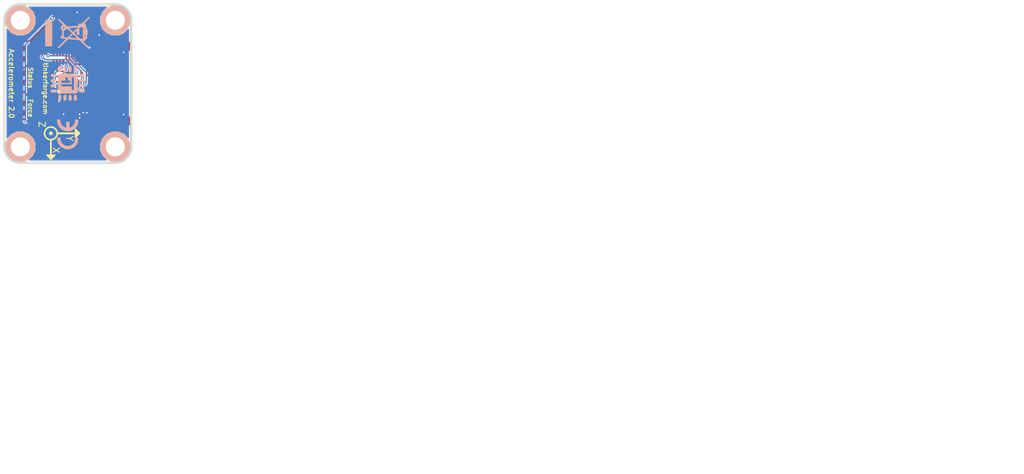
<source format=kicad_pcb>
(kicad_pcb (version 4) (host pcbnew 4.0.2+dfsg1-stable)

  (general
    (links 56)
    (no_connects 0)
    (area 120.644999 86.844679 282.314285 161.86)
    (thickness 1.6002)
    (drawings 33)
    (tracks 256)
    (zones 0)
    (modules 25)
    (nets 40)
  )

  (page A4)
  (title_block
    (title "Accelerometer Bricklet")
    (date 2018-06-22)
    (rev 2.0)
    (company "Tinkerforge GmbH")
    (comment 1 "Licensed under CERN OHL v.1.1")
    (comment 2 "Copyright (©) 2018, L.Lauer <lukas@tinkerforge.com>")
  )

  (layers
    (0 Vorderseite signal)
    (31 Rückseite signal)
    (32 B.Adhes user)
    (33 F.Adhes user)
    (34 B.Paste user)
    (35 F.Paste user)
    (36 B.SilkS user)
    (37 F.SilkS user)
    (38 B.Mask user)
    (39 F.Mask user)
    (40 Dwgs.User user)
    (41 Cmts.User user)
    (42 Eco1.User user)
    (43 Eco2.User user)
    (44 Edge.Cuts user)
    (48 B.Fab user)
    (49 F.Fab user)
  )

  (setup
    (last_trace_width 0.2)
    (user_trace_width 0.2)
    (user_trace_width 0.25)
    (user_trace_width 0.3)
    (user_trace_width 0.4)
    (user_trace_width 0.45)
    (user_trace_width 0.55)
    (trace_clearance 0.15)
    (zone_clearance 0.15)
    (zone_45_only no)
    (trace_min 0.2)
    (segment_width 0.25)
    (edge_width 0.381)
    (via_size 0.55)
    (via_drill 0.25)
    (via_min_size 0.5)
    (via_min_drill 0.25)
    (user_via 0.55 0.25)
    (uvia_size 0.508)
    (uvia_drill 0.127)
    (uvias_allowed no)
    (uvia_min_size 0.508)
    (uvia_min_drill 0.127)
    (pcb_text_width 0.3048)
    (pcb_text_size 1.524 2.032)
    (mod_edge_width 0.05)
    (mod_text_size 1.524 1.524)
    (mod_text_width 0.3048)
    (pad_size 0.39878 0.59944)
    (pad_drill 0)
    (pad_to_mask_clearance 0)
    (aux_axis_origin 176.9 165.9)
    (grid_origin 176.9 165.9)
    (visible_elements FFFFFFBF)
    (pcbplotparams
      (layerselection 0x010f0_80000001)
      (usegerberextensions true)
      (excludeedgelayer true)
      (linewidth 0.150000)
      (plotframeref true)
      (viasonmask false)
      (mode 1)
      (useauxorigin false)
      (hpglpennumber 1)
      (hpglpenspeed 20)
      (hpglpendiameter 15)
      (hpglpenoverlay 0)
      (psnegative false)
      (psa4output false)
      (plotreference false)
      (plotvalue false)
      (plotinvisibletext false)
      (padsonsilk false)
      (subtractmaskfromsilk false)
      (outputformat 1)
      (mirror false)
      (drillshape 0)
      (scaleselection 1)
      (outputdirectory /tmp/prod/))
  )

  (net 0 "")
  (net 1 GND)
  (net 2 VCC)
  (net 3 "Net-(P1-Pad6)")
  (net 4 "Net-(D1-Pad2)")
  (net 5 "Net-(P1-Pad1)")
  (net 6 "Net-(C1-Pad1)")
  (net 7 "Net-(P1-Pad4)")
  (net 8 "Net-(P1-Pad5)")
  (net 9 "Net-(P2-Pad1)")
  (net 10 "Net-(P3-Pad2)")
  (net 11 S-MISO)
  (net 12 S-MOSI)
  (net 13 S-CLK)
  (net 14 S-CS)
  (net 15 "Net-(RP2-Pad1)")
  (net 16 "Net-(RP2-Pad2)")
  (net 17 "Net-(RP2-Pad3)")
  (net 18 "Net-(RP2-Pad4)")
  (net 19 M-MOSI)
  (net 20 M-CLK)
  (net 21 M-CS)
  (net 22 M-MISO)
  (net 23 "Net-(U1-Pad4)")
  (net 24 "Net-(U1-Pad5)")
  (net 25 "Net-(U1-Pad6)")
  (net 26 "Net-(U1-Pad8)")
  (net 27 "Net-(U1-Pad11)")
  (net 28 INT2)
  (net 29 INT1)
  (net 30 TRIG)
  (net 31 "Net-(D2-Pad2)")
  (net 32 "Net-(RP3-Pad1)")
  (net 33 "Net-(RP3-Pad2)")
  (net 34 "Net-(RP3-Pad3)")
  (net 35 "Net-(RP3-Pad4)")
  (net 36 "Net-(RP3-Pad6)")
  (net 37 "Net-(RP3-Pad7)")
  (net 38 "Net-(U1-Pad2)")
  (net 39 "Net-(U1-Pad12)")

  (net_class Default "Dies ist die voreingestellte Netzklasse."
    (clearance 0.15)
    (trace_width 0.2)
    (via_dia 0.55)
    (via_drill 0.25)
    (uvia_dia 0.508)
    (uvia_drill 0.127)
    (add_net GND)
    (add_net INT1)
    (add_net INT2)
    (add_net M-CLK)
    (add_net M-CS)
    (add_net M-MISO)
    (add_net M-MOSI)
    (add_net "Net-(C1-Pad1)")
    (add_net "Net-(D1-Pad2)")
    (add_net "Net-(D2-Pad2)")
    (add_net "Net-(P1-Pad1)")
    (add_net "Net-(P1-Pad4)")
    (add_net "Net-(P1-Pad5)")
    (add_net "Net-(P1-Pad6)")
    (add_net "Net-(P2-Pad1)")
    (add_net "Net-(P3-Pad2)")
    (add_net "Net-(RP2-Pad1)")
    (add_net "Net-(RP2-Pad2)")
    (add_net "Net-(RP2-Pad3)")
    (add_net "Net-(RP2-Pad4)")
    (add_net "Net-(RP3-Pad1)")
    (add_net "Net-(RP3-Pad2)")
    (add_net "Net-(RP3-Pad3)")
    (add_net "Net-(RP3-Pad4)")
    (add_net "Net-(RP3-Pad6)")
    (add_net "Net-(RP3-Pad7)")
    (add_net "Net-(U1-Pad11)")
    (add_net "Net-(U1-Pad12)")
    (add_net "Net-(U1-Pad2)")
    (add_net "Net-(U1-Pad4)")
    (add_net "Net-(U1-Pad5)")
    (add_net "Net-(U1-Pad6)")
    (add_net "Net-(U1-Pad8)")
    (add_net S-CLK)
    (add_net S-CS)
    (add_net S-MISO)
    (add_net S-MOSI)
    (add_net TRIG)
    (add_net VCC)
  )

  (module kicad-libraries:4X0402 (layer Vorderseite) (tedit 590B1710) (tstamp 5B2CFE43)
    (at 133.9 96.4 90)
    (path /5A5907F2)
    (attr smd)
    (fp_text reference RP1 (at -0.025 0.25 90) (layer F.Fab)
      (effects (font (size 0.2 0.2) (thickness 0.05)))
    )
    (fp_text value 82 (at -0.025 -0.45 90) (layer F.Fab)
      (effects (font (size 0.2 0.2) (thickness 0.05)))
    )
    (fp_line (start -1.04902 -0.89916) (end 1.04902 -0.89916) (layer F.Fab) (width 0.001))
    (fp_line (start 1.04902 -0.89916) (end 1.04902 0.89916) (layer F.Fab) (width 0.001))
    (fp_line (start -1.04902 0.89916) (end 1.04902 0.89916) (layer F.Fab) (width 0.001))
    (fp_line (start -1.04902 -0.89916) (end -1.04902 0.89916) (layer F.Fab) (width 0.001))
    (pad 1 smd rect (at -0.7493 0.575 270) (size 0.29972 0.65) (layers Vorderseite F.Paste F.Mask)
      (net 7 "Net-(P1-Pad4)"))
    (pad 2 smd rect (at -0.24892 0.575 270) (size 0.29972 0.65) (layers Vorderseite F.Paste F.Mask)
      (net 8 "Net-(P1-Pad5)"))
    (pad 3 smd rect (at 0.24892 0.575 270) (size 0.29972 0.65) (layers Vorderseite F.Paste F.Mask)
      (net 3 "Net-(P1-Pad6)"))
    (pad 4 smd rect (at 0.7493 0.575 270) (size 0.29972 0.65) (layers Vorderseite F.Paste F.Mask)
      (net 6 "Net-(C1-Pad1)"))
    (pad 5 smd rect (at 0.7493 -0.575 90) (size 0.29972 0.65) (layers Vorderseite F.Paste F.Mask)
      (net 11 S-MISO))
    (pad 6 smd rect (at 0.24892 -0.575 90) (size 0.29972 0.65) (layers Vorderseite F.Paste F.Mask)
      (net 12 S-MOSI))
    (pad 7 smd rect (at -0.24892 -0.575 90) (size 0.29972 0.65) (layers Vorderseite F.Paste F.Mask)
      (net 13 S-CLK))
    (pad 8 smd rect (at -0.7493 -0.575 90) (size 0.29972 0.65) (layers Vorderseite F.Paste F.Mask)
      (net 14 S-CS))
    (model Resistors_SMD/R_4x0402.wrl
      (at (xyz 0 0 0))
      (scale (xyz 1 1 1))
      (rotate (xyz 0 0 90))
    )
  )

  (module Fiducial_Mark (layer Vorderseite) (tedit 4F75487D) (tstamp 4F200E49)
    (at 134 111.2)
    (path Fiducial_Mark)
    (attr smd)
    (fp_text reference Fiducial_Mark (at 0 0) (layer F.SilkS) hide
      (effects (font (size 0.127 0.127) (thickness 0.03302)))
    )
    (fp_text value VAL** (at 0 -0.29972) (layer F.SilkS) hide
      (effects (font (size 0.127 0.127) (thickness 0.03302)))
    )
    (fp_circle (center 0 0) (end 1.15062 0) (layer Dwgs.User) (width 0.01016))
    (pad 1 smd circle (at 0 0) (size 1.00076 1.00076) (layers Vorderseite F.Mask)
      (clearance 0.65024))
  )

  (module Fiducial_Mark (layer Vorderseite) (tedit 4F75487D) (tstamp 4F200E66)
    (at 127.5 89.2)
    (path Fiducial_Mark)
    (attr smd)
    (fp_text reference Fiducial_Mark (at 0 0) (layer F.SilkS) hide
      (effects (font (size 0.127 0.127) (thickness 0.03302)))
    )
    (fp_text value VAL** (at 0 -0.29972) (layer F.SilkS) hide
      (effects (font (size 0.127 0.127) (thickness 0.03302)))
    )
    (fp_circle (center 0 0) (end 1.15062 0) (layer Dwgs.User) (width 0.01016))
    (pad 1 smd circle (at 0 0) (size 1.00076 1.00076) (layers Vorderseite F.Mask)
      (clearance 0.65024))
  )

  (module kicad-libraries:C0402F (layer Vorderseite) (tedit 5A0C5AF6) (tstamp 5B2CFDF4)
    (at 135.6 95 90)
    (path /5A590EF3)
    (fp_text reference C1 (at 0.1 0.15 90) (layer F.Fab)
      (effects (font (size 0.2 0.2) (thickness 0.05)))
    )
    (fp_text value 220pF (at 0 -0.15 90) (layer F.Fab)
      (effects (font (size 0.2 0.2) (thickness 0.05)))
    )
    (fp_line (start -0.9 -0.45) (end 0.9 -0.45) (layer F.Fab) (width 0.025))
    (fp_line (start 0.9 -0.45) (end 0.9 0.45) (layer F.Fab) (width 0.025))
    (fp_line (start 0.9 0.45) (end -0.9 0.45) (layer F.Fab) (width 0.025))
    (fp_line (start -0.9 0.45) (end -0.9 -0.45) (layer F.Fab) (width 0.025))
    (pad 2 smd rect (at 0.5 0 90) (size 0.6 0.7) (layers Vorderseite F.Paste F.Mask)
      (net 1 GND))
    (pad 1 smd rect (at -0.5 0 90) (size 0.6 0.7) (layers Vorderseite F.Paste F.Mask)
      (net 6 "Net-(C1-Pad1)"))
    (model Capacitors_SMD/C_0402.wrl
      (at (xyz 0 0 0))
      (scale (xyz 1 1 1))
      (rotate (xyz 0 0 0))
    )
  )

  (module kicad-libraries:C0805 (layer Vorderseite) (tedit 58F5DFFC) (tstamp 5B2CFDFA)
    (at 135.6 106.3 90)
    (path /5A5900BA)
    (attr smd)
    (fp_text reference C2 (at 0 0.3 90) (layer F.Fab)
      (effects (font (size 0.2 0.2) (thickness 0.05)))
    )
    (fp_text value 10uF (at 0 -0.2 90) (layer F.Fab)
      (effects (font (size 0.2 0.2) (thickness 0.05)))
    )
    (fp_line (start -1.651 -0.8001) (end -1.651 0.8001) (layer F.Fab) (width 0.001))
    (fp_line (start -1.651 0.8001) (end 1.651 0.8001) (layer F.Fab) (width 0.001))
    (fp_line (start 1.651 0.8001) (end 1.651 -0.8001) (layer F.Fab) (width 0.001))
    (fp_line (start 1.651 -0.8001) (end -1.651 -0.8001) (layer F.Fab) (width 0.001))
    (pad 1 smd rect (at -1.00076 0 90) (size 1.00076 1.24968) (layers Vorderseite F.Paste F.Mask)
      (net 2 VCC) (clearance 0.14986))
    (pad 2 smd rect (at 1.00076 0 90) (size 1.00076 1.24968) (layers Vorderseite F.Paste F.Mask)
      (net 1 GND) (clearance 0.14986))
    (model Capacitors_SMD/C_0805.wrl
      (at (xyz 0 0 0))
      (scale (xyz 1 1 1))
      (rotate (xyz 0 0 0))
    )
  )

  (module kicad-libraries:C0603F (layer Vorderseite) (tedit 58F5DD02) (tstamp 5B2CFE00)
    (at 134.1 106.3 90)
    (path /5A58FC2A)
    (attr smd)
    (fp_text reference C3 (at 0.05 0.225 90) (layer F.Fab)
      (effects (font (size 0.2 0.2) (thickness 0.05)))
    )
    (fp_text value 100nF (at 0.05 -0.375 90) (layer F.Fab)
      (effects (font (size 0.2 0.2) (thickness 0.05)))
    )
    (fp_line (start -1.45034 -0.65024) (end 1.45034 -0.65024) (layer F.Fab) (width 0.001))
    (fp_line (start 1.45034 -0.65024) (end 1.45034 0.65024) (layer F.Fab) (width 0.001))
    (fp_line (start 1.45034 0.65024) (end -1.45034 0.65024) (layer F.Fab) (width 0.001))
    (fp_line (start -1.45034 0.65024) (end -1.45034 -0.65024) (layer F.Fab) (width 0.001))
    (pad 1 smd rect (at -0.75 0 90) (size 0.9 0.9) (layers Vorderseite F.Paste F.Mask)
      (net 2 VCC))
    (pad 2 smd rect (at 0.75 0 90) (size 0.9 0.9) (layers Vorderseite F.Paste F.Mask)
      (net 1 GND))
    (model Capacitors_SMD/C_0603.wrl
      (at (xyz 0 0 0))
      (scale (xyz 1 1 1))
      (rotate (xyz 0 0 0))
    )
  )

  (module kicad-libraries:C0603F (layer Vorderseite) (tedit 58F5DD02) (tstamp 5B2CFE06)
    (at 131.5 88.96)
    (path /5A59176F)
    (attr smd)
    (fp_text reference C4 (at 0.05 0.225) (layer F.Fab)
      (effects (font (size 0.2 0.2) (thickness 0.05)))
    )
    (fp_text value 100nF (at 0.05 -0.375) (layer F.Fab)
      (effects (font (size 0.2 0.2) (thickness 0.05)))
    )
    (fp_line (start -1.45034 -0.65024) (end 1.45034 -0.65024) (layer F.Fab) (width 0.001))
    (fp_line (start 1.45034 -0.65024) (end 1.45034 0.65024) (layer F.Fab) (width 0.001))
    (fp_line (start 1.45034 0.65024) (end -1.45034 0.65024) (layer F.Fab) (width 0.001))
    (fp_line (start -1.45034 0.65024) (end -1.45034 -0.65024) (layer F.Fab) (width 0.001))
    (pad 1 smd rect (at -0.75 0) (size 0.9 0.9) (layers Vorderseite F.Paste F.Mask)
      (net 2 VCC))
    (pad 2 smd rect (at 0.75 0) (size 0.9 0.9) (layers Vorderseite F.Paste F.Mask)
      (net 1 GND))
    (model Capacitors_SMD/C_0603.wrl
      (at (xyz 0 0 0))
      (scale (xyz 1 1 1))
      (rotate (xyz 0 0 0))
    )
  )

  (module kicad-libraries:C0603F (layer Vorderseite) (tedit 58F5DD02) (tstamp 5B2CFE0C)
    (at 131.59 104.31 180)
    (path /5B2D527E)
    (attr smd)
    (fp_text reference C5 (at 0.05 0.225 180) (layer F.Fab)
      (effects (font (size 0.2 0.2) (thickness 0.05)))
    )
    (fp_text value 100nF (at 0.05 -0.375 180) (layer F.Fab)
      (effects (font (size 0.2 0.2) (thickness 0.05)))
    )
    (fp_line (start -1.45034 -0.65024) (end 1.45034 -0.65024) (layer F.Fab) (width 0.001))
    (fp_line (start 1.45034 -0.65024) (end 1.45034 0.65024) (layer F.Fab) (width 0.001))
    (fp_line (start 1.45034 0.65024) (end -1.45034 0.65024) (layer F.Fab) (width 0.001))
    (fp_line (start -1.45034 0.65024) (end -1.45034 -0.65024) (layer F.Fab) (width 0.001))
    (pad 1 smd rect (at -0.75 0 180) (size 0.9 0.9) (layers Vorderseite F.Paste F.Mask)
      (net 2 VCC))
    (pad 2 smd rect (at 0.75 0 180) (size 0.9 0.9) (layers Vorderseite F.Paste F.Mask)
      (net 1 GND))
    (model Capacitors_SMD/C_0603.wrl
      (at (xyz 0 0 0))
      (scale (xyz 1 1 1))
      (rotate (xyz 0 0 0))
    )
  )

  (module kicad-libraries:C0603F (layer Vorderseite) (tedit 58F5DD02) (tstamp 5B2CFE12)
    (at 131.59 103.02 180)
    (path /5B2D55CE)
    (attr smd)
    (fp_text reference C6 (at 0.05 0.225 180) (layer F.Fab)
      (effects (font (size 0.2 0.2) (thickness 0.05)))
    )
    (fp_text value 100nF (at 0.05 -0.375 180) (layer F.Fab)
      (effects (font (size 0.2 0.2) (thickness 0.05)))
    )
    (fp_line (start -1.45034 -0.65024) (end 1.45034 -0.65024) (layer F.Fab) (width 0.001))
    (fp_line (start 1.45034 -0.65024) (end 1.45034 0.65024) (layer F.Fab) (width 0.001))
    (fp_line (start 1.45034 0.65024) (end -1.45034 0.65024) (layer F.Fab) (width 0.001))
    (fp_line (start -1.45034 0.65024) (end -1.45034 -0.65024) (layer F.Fab) (width 0.001))
    (pad 1 smd rect (at -0.75 0 180) (size 0.9 0.9) (layers Vorderseite F.Paste F.Mask)
      (net 2 VCC))
    (pad 2 smd rect (at 0.75 0 180) (size 0.9 0.9) (layers Vorderseite F.Paste F.Mask)
      (net 1 GND))
    (model Capacitors_SMD/C_0603.wrl
      (at (xyz 0 0 0))
      (scale (xyz 1 1 1))
      (rotate (xyz 0 0 0))
    )
  )

  (module kicad-libraries:D0603F (layer Vorderseite) (tedit 5910237C) (tstamp 5B2CFE13)
    (at 124.3 99.3 90)
    (path /5A59316A)
    (attr smd)
    (fp_text reference D1 (at -0.775 0.45 90) (layer F.Fab)
      (effects (font (size 0.2 0.2) (thickness 0.05)))
    )
    (fp_text value blue (at 0.75 0.45 90) (layer F.Fab)
      (effects (font (size 0.2 0.2) (thickness 0.05)))
    )
    (fp_line (start -0.75 -0.3) (end -0.75 0.3) (layer F.Fab) (width 0.05))
    (fp_line (start -1.05 0) (end -0.45 0) (layer F.Fab) (width 0.05))
    (fp_line (start 0.45 0) (end 1.05 0) (layer F.Fab) (width 0.05))
    (fp_line (start 0 -0.3) (end 0 0.3) (layer F.Fab) (width 0.05))
    (fp_line (start -0.3 -0.3) (end -0.3 0.3) (layer F.Fab) (width 0.05))
    (fp_line (start -0.3 0.3) (end 0 0) (layer F.Fab) (width 0.05))
    (fp_line (start 0 0) (end -0.3 -0.3) (layer F.Fab) (width 0.05))
    (fp_line (start -1.45034 -0.65024) (end 1.45034 -0.65024) (layer F.Fab) (width 0.001))
    (fp_line (start 1.45034 -0.65024) (end 1.45034 0.65024) (layer F.Fab) (width 0.001))
    (fp_line (start 1.45034 0.65024) (end -1.45034 0.65024) (layer F.Fab) (width 0.001))
    (fp_line (start -1.45034 0.65024) (end -1.45034 -0.65024) (layer F.Fab) (width 0.001))
    (pad 1 smd rect (at -0.75 0 90) (size 0.9 0.9) (layers Vorderseite F.Paste F.Mask)
      (net 2 VCC))
    (pad 2 smd rect (at 0.75 0 90) (size 0.9 0.9) (layers Vorderseite F.Paste F.Mask)
      (net 4 "Net-(D1-Pad2)"))
    (model LED_SMD/D_0603_blue.wrl
      (at (xyz 0 0 0))
      (scale (xyz 1 1 1))
      (rotate (xyz -90 0 0))
    )
  )

  (module kicad-libraries:CON-SENSOR2 (layer Vorderseite) (tedit 59030BED) (tstamp 5B2CFE24)
    (at 141.5 100.2 90)
    (path /4C5FCF27)
    (fp_text reference P1 (at 0 -2.85 90) (layer F.Fab)
      (effects (font (size 0.3 0.3) (thickness 0.075)))
    )
    (fp_text value CON-SENSOR (at 0 -1.6002 90) (layer F.Fab)
      (effects (font (size 0.29972 0.29972) (thickness 0.07112)))
    )
    (fp_line (start -5 -0.25) (end -4.75 -0.75) (layer F.Fab) (width 0.05))
    (fp_line (start -4.75 -0.75) (end -4.5 -0.25) (layer F.Fab) (width 0.05))
    (fp_line (start -6 -0.25) (end 6 -0.25) (layer F.Fab) (width 0.05))
    (fp_line (start 6 -0.25) (end 6 -4.3) (layer F.Fab) (width 0.05))
    (fp_line (start 6 -4.3) (end -6 -4.3) (layer F.Fab) (width 0.05))
    (fp_line (start -6 -4.3) (end -6 -0.25) (layer F.Fab) (width 0.05))
    (pad 1 smd rect (at -3.75 -4.6 90) (size 0.6 1.8) (layers Vorderseite F.Paste F.Mask)
      (net 5 "Net-(P1-Pad1)"))
    (pad 2 smd rect (at -2.5 -4.6 90) (size 0.6 1.8) (layers Vorderseite F.Paste F.Mask)
      (net 1 GND))
    (pad EP smd rect (at -5.9 -1.2 90) (size 1.4 2.4) (layers Vorderseite F.Paste F.Mask)
      (net 1 GND))
    (pad EP smd rect (at 5.9 -1.2 90) (size 1.4 2.4) (layers Vorderseite F.Paste F.Mask)
      (net 1 GND))
    (pad 3 smd rect (at -1.25 -4.6 90) (size 0.6 1.8) (layers Vorderseite F.Paste F.Mask)
      (net 2 VCC))
    (pad 4 smd rect (at 0 -4.6 90) (size 0.6 1.8) (layers Vorderseite F.Paste F.Mask)
      (net 7 "Net-(P1-Pad4)"))
    (pad 5 smd rect (at 1.25 -4.6 90) (size 0.6 1.8) (layers Vorderseite F.Paste F.Mask)
      (net 8 "Net-(P1-Pad5)"))
    (pad 6 smd rect (at 2.5 -4.6 90) (size 0.6 1.8) (layers Vorderseite F.Paste F.Mask)
      (net 3 "Net-(P1-Pad6)"))
    (pad 7 smd rect (at 3.75 -4.6 90) (size 0.6 1.8) (layers Vorderseite F.Paste F.Mask)
      (net 6 "Net-(C1-Pad1)"))
    (model Connectors_TF/BrickletConn_7pin.wrl
      (at (xyz 0 0.1 0))
      (scale (xyz 1 1 1))
      (rotate (xyz 0 0 0))
    )
  )

  (module kicad-libraries:DEBUG_PAD (layer Vorderseite) (tedit 590B3FBE) (tstamp 5B2CFE29)
    (at 134.64 89.29)
    (path /5A59359F)
    (fp_text reference P2 (at 0 0.175) (layer F.Fab)
      (effects (font (size 0.15 0.15) (thickness 0.0375)))
    )
    (fp_text value Debug (at 0 -0.15) (layer F.Fab)
      (effects (font (size 0.15 0.15) (thickness 0.0375)))
    )
    (pad 1 smd circle (at 0 0) (size 0.7 0.7) (layers Vorderseite F.Paste F.Mask)
      (net 9 "Net-(P2-Pad1)"))
  )

  (module kicad-libraries:SolderJumper (layer Vorderseite) (tedit 590B2DE4) (tstamp 5B2CFE32)
    (at 135.42 92.51 180)
    (path /5A593676)
    (fp_text reference P3 (at 0 0.35 180) (layer F.Fab)
      (effects (font (size 0.3 0.3) (thickness 0.0712)))
    )
    (fp_text value Boot (at 0 -0.35 180) (layer F.Fab)
      (effects (font (size 0.3 0.3) (thickness 0.0712)))
    )
    (pad 2 smd rect (at 0.55 0 180) (size 0.3 1.4) (layers Vorderseite F.Mask)
      (net 10 "Net-(P3-Pad2)"))
    (pad 2 smd rect (at 0.15 0 180) (size 0.6 0.5) (layers Vorderseite F.Mask)
      (net 10 "Net-(P3-Pad2)"))
    (pad 1 smd rect (at -0.5 0 180) (size 0.4 1.4) (layers Vorderseite F.Mask)
      (net 1 GND))
    (pad 1 smd rect (at -0.225 0.55 180) (size 0.95 0.3) (layers Vorderseite F.Mask)
      (net 1 GND))
    (pad 1 smd rect (at -0.225 -0.55 180) (size 0.95 0.3) (layers Vorderseite F.Mask)
      (net 1 GND))
  )

  (module kicad-libraries:QFN24-4x4mm-0.5mm (layer Vorderseite) (tedit 590CA070) (tstamp 5B2CFE6F)
    (at 131.5 92.2 180)
    (tags "QFN 24pin 0.5")
    (path /5A58D8E2)
    (attr smd)
    (fp_text reference U1 (at 0 -0.4 180) (layer F.Fab)
      (effects (font (size 0.3 0.3) (thickness 0.075)))
    )
    (fp_text value XMC1100 (at 0 0.8 180) (layer F.Fab)
      (effects (font (size 0.3 0.3) (thickness 0.075)))
    )
    (fp_line (start -1 -2) (end 2 -2) (layer F.Fab) (width 0.15))
    (fp_line (start 2 -2) (end 2 2) (layer F.Fab) (width 0.15))
    (fp_line (start 2 2) (end -2 2) (layer F.Fab) (width 0.15))
    (fp_line (start -2 2) (end -2 -1) (layer F.Fab) (width 0.15))
    (fp_line (start -2 -1) (end -1 -2) (layer F.Fab) (width 0.15))
    (pad 1 smd oval (at -2.025 -1.25 180) (size 1 0.3) (layers Vorderseite F.Paste F.Mask)
      (net 11 S-MISO))
    (pad 2 smd oval (at -2.025 -0.75 180) (size 1 0.3) (layers Vorderseite F.Paste F.Mask)
      (net 38 "Net-(U1-Pad2)"))
    (pad 3 smd oval (at -2.025 -0.25 180) (size 1 0.3) (layers Vorderseite F.Paste F.Mask)
      (net 10 "Net-(P3-Pad2)"))
    (pad 4 smd oval (at -2.025 0.25 180) (size 1 0.3) (layers Vorderseite F.Paste F.Mask)
      (net 23 "Net-(U1-Pad4)"))
    (pad 5 smd oval (at -2.025 0.75 180) (size 1 0.3) (layers Vorderseite F.Paste F.Mask)
      (net 24 "Net-(U1-Pad5)"))
    (pad 6 smd oval (at -2.025 1.25 180) (size 1 0.3) (layers Vorderseite F.Paste F.Mask)
      (net 25 "Net-(U1-Pad6)"))
    (pad 7 smd oval (at -1.25 2.025 270) (size 1 0.3) (layers Vorderseite F.Paste F.Mask)
      (net 9 "Net-(P2-Pad1)"))
    (pad 8 smd oval (at -0.75 2.025 270) (size 1 0.3) (layers Vorderseite F.Paste F.Mask)
      (net 26 "Net-(U1-Pad8)"))
    (pad 9 smd oval (at -0.25 2.025 270) (size 1 0.3) (layers Vorderseite F.Paste F.Mask)
      (net 1 GND))
    (pad 10 smd oval (at 0.25 2.025 270) (size 1 0.3) (layers Vorderseite F.Paste F.Mask)
      (net 2 VCC))
    (pad 11 smd oval (at 0.75 2.025 270) (size 1 0.3) (layers Vorderseite F.Paste F.Mask)
      (net 27 "Net-(U1-Pad11)"))
    (pad 12 smd oval (at 1.25 2.025 270) (size 1 0.3) (layers Vorderseite F.Paste F.Mask)
      (net 39 "Net-(U1-Pad12)"))
    (pad 13 smd oval (at 2.025 1.25 180) (size 1 0.3) (layers Vorderseite F.Paste F.Mask)
      (net 32 "Net-(RP3-Pad1)"))
    (pad 14 smd oval (at 2.025 0.75 180) (size 1 0.3) (layers Vorderseite F.Paste F.Mask)
      (net 35 "Net-(RP3-Pad4)"))
    (pad 15 smd oval (at 2.025 0.25 180) (size 1 0.3) (layers Vorderseite F.Paste F.Mask)
      (net 29 INT1))
    (pad 16 smd oval (at 2.025 -0.25 180) (size 1 0.3) (layers Vorderseite F.Paste F.Mask)
      (net 28 INT2))
    (pad 17 smd oval (at 2.025 -0.75 180) (size 1 0.3) (layers Vorderseite F.Paste F.Mask)
      (net 22 M-MISO))
    (pad 18 smd oval (at 2.025 -1.25 180) (size 1 0.3) (layers Vorderseite F.Paste F.Mask)
      (net 19 M-MOSI))
    (pad 19 smd oval (at 1.25 -2.025 270) (size 1 0.3) (layers Vorderseite F.Paste F.Mask)
      (net 20 M-CLK))
    (pad 20 smd oval (at 0.75 -2.025 270) (size 1 0.3) (layers Vorderseite F.Paste F.Mask)
      (net 21 M-CS))
    (pad 21 smd oval (at 0.25 -2.025 270) (size 1 0.3) (layers Vorderseite F.Paste F.Mask)
      (net 30 TRIG))
    (pad 22 smd oval (at -0.25 -2.025 270) (size 1 0.3) (layers Vorderseite F.Paste F.Mask)
      (net 14 S-CS))
    (pad 23 smd oval (at -0.75 -2.025 270) (size 1 0.3) (layers Vorderseite F.Paste F.Mask)
      (net 13 S-CLK))
    (pad 24 smd oval (at -1.25 -2.025 270) (size 1 0.3) (layers Vorderseite F.Paste F.Mask)
      (net 12 S-MOSI))
    (pad EXP smd rect (at 0.65 0.65 180) (size 1.3 1.3) (layers Vorderseite F.Paste F.Mask)
      (net 1 GND) (solder_paste_margin_ratio -0.2))
    (pad EXP smd rect (at 0.65 -0.65 180) (size 1.3 1.3) (layers Vorderseite F.Paste F.Mask)
      (net 1 GND) (solder_paste_margin_ratio -0.2))
    (pad EXP smd rect (at -0.65 0.65 180) (size 1.3 1.3) (layers Vorderseite F.Paste F.Mask)
      (net 1 GND) (solder_paste_margin_ratio -0.2))
    (pad EXP smd rect (at -0.65 -0.65 180) (size 1.3 1.3) (layers Vorderseite F.Paste F.Mask)
      (net 1 GND) (solder_paste_margin_ratio -0.2))
    (model Housings_DFN_QFN/QFN-24_4x4mm_Pitch0.5mm.wrl
      (at (xyz 0 0 0))
      (scale (xyz 1 1 1))
      (rotate (xyz 90 180 180))
    )
  )

  (module kicad-libraries:DRILL_NP (layer Vorderseite) (tedit 530C7871) (tstamp 5B2CFE70)
    (at 124 110.2)
    (path /4C6050A5)
    (fp_text reference U3 (at 0 0) (layer F.SilkS) hide
      (effects (font (size 0.29972 0.29972) (thickness 0.0762)))
    )
    (fp_text value DRILL (at 0 0.50038) (layer F.SilkS) hide
      (effects (font (size 0.29972 0.29972) (thickness 0.0762)))
    )
    (fp_circle (center 0 0) (end 3.2 0) (layer Eco2.User) (width 0.01))
    (fp_circle (center 0 0) (end 2.19964 -0.20066) (layer F.SilkS) (width 0.381))
    (fp_circle (center 0 0) (end 1.99898 -0.20066) (layer F.SilkS) (width 0.381))
    (fp_circle (center 0 0) (end 1.69926 0) (layer F.SilkS) (width 0.381))
    (fp_circle (center 0 0) (end 1.39954 -0.09906) (layer B.SilkS) (width 0.381))
    (fp_circle (center 0 0) (end 1.39954 0) (layer F.SilkS) (width 0.381))
    (fp_circle (center 0 0) (end 1.69926 0) (layer B.SilkS) (width 0.381))
    (fp_circle (center 0 0) (end 1.89992 0) (layer B.SilkS) (width 0.381))
    (fp_circle (center 0 0) (end 2.19964 0) (layer B.SilkS) (width 0.381))
    (pad "" np_thru_hole circle (at 0 0) (size 2.99974 2.99974) (drill 2.99974) (layers *.Cu *.Mask F.SilkS)
      (clearance 0.89916))
  )

  (module kicad-libraries:DRILL_NP (layer Vorderseite) (tedit 530C7871) (tstamp 5B2CFE74)
    (at 138.99976 110.19964 90)
    (path /4C6050A2)
    (fp_text reference U4 (at 0 0 90) (layer F.SilkS) hide
      (effects (font (size 0.29972 0.29972) (thickness 0.0762)))
    )
    (fp_text value DRILL (at 0 0.50038 90) (layer F.SilkS) hide
      (effects (font (size 0.29972 0.29972) (thickness 0.0762)))
    )
    (fp_circle (center 0 0) (end 3.2 0) (layer Eco2.User) (width 0.01))
    (fp_circle (center 0 0) (end 2.19964 -0.20066) (layer F.SilkS) (width 0.381))
    (fp_circle (center 0 0) (end 1.99898 -0.20066) (layer F.SilkS) (width 0.381))
    (fp_circle (center 0 0) (end 1.69926 0) (layer F.SilkS) (width 0.381))
    (fp_circle (center 0 0) (end 1.39954 -0.09906) (layer B.SilkS) (width 0.381))
    (fp_circle (center 0 0) (end 1.39954 0) (layer F.SilkS) (width 0.381))
    (fp_circle (center 0 0) (end 1.69926 0) (layer B.SilkS) (width 0.381))
    (fp_circle (center 0 0) (end 1.89992 0) (layer B.SilkS) (width 0.381))
    (fp_circle (center 0 0) (end 2.19964 0) (layer B.SilkS) (width 0.381))
    (pad "" np_thru_hole circle (at 0 0 90) (size 2.99974 2.99974) (drill 2.99974) (layers *.Cu *.Mask F.SilkS)
      (clearance 0.89916))
  )

  (module kicad-libraries:DRILL_NP (layer Vorderseite) (tedit 530C7871) (tstamp 5B2CFE78)
    (at 138.99976 90.19968)
    (path /4C605099)
    (fp_text reference U5 (at 0 0) (layer F.SilkS) hide
      (effects (font (size 0.29972 0.29972) (thickness 0.0762)))
    )
    (fp_text value DRILL (at 0 0.50038) (layer F.SilkS) hide
      (effects (font (size 0.29972 0.29972) (thickness 0.0762)))
    )
    (fp_circle (center 0 0) (end 3.2 0) (layer Eco2.User) (width 0.01))
    (fp_circle (center 0 0) (end 2.19964 -0.20066) (layer F.SilkS) (width 0.381))
    (fp_circle (center 0 0) (end 1.99898 -0.20066) (layer F.SilkS) (width 0.381))
    (fp_circle (center 0 0) (end 1.69926 0) (layer F.SilkS) (width 0.381))
    (fp_circle (center 0 0) (end 1.39954 -0.09906) (layer B.SilkS) (width 0.381))
    (fp_circle (center 0 0) (end 1.39954 0) (layer F.SilkS) (width 0.381))
    (fp_circle (center 0 0) (end 1.69926 0) (layer B.SilkS) (width 0.381))
    (fp_circle (center 0 0) (end 1.89992 0) (layer B.SilkS) (width 0.381))
    (fp_circle (center 0 0) (end 2.19964 0) (layer B.SilkS) (width 0.381))
    (pad "" np_thru_hole circle (at 0 0) (size 2.99974 2.99974) (drill 2.99974) (layers *.Cu *.Mask F.SilkS)
      (clearance 0.89916))
  )

  (module kicad-libraries:DRILL_NP (layer Vorderseite) (tedit 530C7871) (tstamp 5B2CFE7C)
    (at 124 90.2)
    (path /4C60509F)
    (fp_text reference U6 (at 0 0) (layer F.SilkS) hide
      (effects (font (size 0.29972 0.29972) (thickness 0.0762)))
    )
    (fp_text value DRILL (at 0 0.50038) (layer F.SilkS) hide
      (effects (font (size 0.29972 0.29972) (thickness 0.0762)))
    )
    (fp_circle (center 0 0) (end 3.2 0) (layer Eco2.User) (width 0.01))
    (fp_circle (center 0 0) (end 2.19964 -0.20066) (layer F.SilkS) (width 0.381))
    (fp_circle (center 0 0) (end 1.99898 -0.20066) (layer F.SilkS) (width 0.381))
    (fp_circle (center 0 0) (end 1.69926 0) (layer F.SilkS) (width 0.381))
    (fp_circle (center 0 0) (end 1.39954 -0.09906) (layer B.SilkS) (width 0.381))
    (fp_circle (center 0 0) (end 1.39954 0) (layer F.SilkS) (width 0.381))
    (fp_circle (center 0 0) (end 1.69926 0) (layer B.SilkS) (width 0.381))
    (fp_circle (center 0 0) (end 1.89992 0) (layer B.SilkS) (width 0.381))
    (fp_circle (center 0 0) (end 2.19964 0) (layer B.SilkS) (width 0.381))
    (pad "" np_thru_hole circle (at 0 0) (size 2.99974 2.99974) (drill 2.99974) (layers *.Cu *.Mask F.SilkS)
      (clearance 0.89916))
  )

  (module kicad-libraries:4X0402 (layer Vorderseite) (tedit 590B1710) (tstamp 5B2CFEF4)
    (at 130 96.13)
    (path /51657BFE)
    (attr smd)
    (fp_text reference RP2 (at -0.025 0.25) (layer F.Fab)
      (effects (font (size 0.2 0.2) (thickness 0.05)))
    )
    (fp_text value 82 (at -0.025 -0.45) (layer F.Fab)
      (effects (font (size 0.2 0.2) (thickness 0.05)))
    )
    (fp_line (start -1.04902 -0.89916) (end 1.04902 -0.89916) (layer F.Fab) (width 0.001))
    (fp_line (start 1.04902 -0.89916) (end 1.04902 0.89916) (layer F.Fab) (width 0.001))
    (fp_line (start -1.04902 0.89916) (end 1.04902 0.89916) (layer F.Fab) (width 0.001))
    (fp_line (start -1.04902 -0.89916) (end -1.04902 0.89916) (layer F.Fab) (width 0.001))
    (pad 1 smd rect (at -0.7493 0.575 180) (size 0.29972 0.65) (layers Vorderseite F.Paste F.Mask)
      (net 15 "Net-(RP2-Pad1)"))
    (pad 2 smd rect (at -0.24892 0.575 180) (size 0.29972 0.65) (layers Vorderseite F.Paste F.Mask)
      (net 16 "Net-(RP2-Pad2)"))
    (pad 3 smd rect (at 0.24892 0.575 180) (size 0.29972 0.65) (layers Vorderseite F.Paste F.Mask)
      (net 17 "Net-(RP2-Pad3)"))
    (pad 4 smd rect (at 0.7493 0.575 180) (size 0.29972 0.65) (layers Vorderseite F.Paste F.Mask)
      (net 18 "Net-(RP2-Pad4)"))
    (pad 5 smd rect (at 0.7493 -0.575) (size 0.29972 0.65) (layers Vorderseite F.Paste F.Mask)
      (net 21 M-CS))
    (pad 6 smd rect (at 0.24892 -0.575) (size 0.29972 0.65) (layers Vorderseite F.Paste F.Mask)
      (net 20 M-CLK))
    (pad 7 smd rect (at -0.24892 -0.575) (size 0.29972 0.65) (layers Vorderseite F.Paste F.Mask)
      (net 19 M-MOSI))
    (pad 8 smd rect (at -0.7493 -0.575) (size 0.29972 0.65) (layers Vorderseite F.Paste F.Mask)
      (net 22 M-MISO))
    (model Resistors_SMD/R_4x0402.wrl
      (at (xyz 0 0 0))
      (scale (xyz 1 1 1))
      (rotate (xyz 0 0 90))
    )
  )

  (module kicad-libraries:KX122-1037 (layer Vorderseite) (tedit 5B3CD50D) (tstamp 5B2D0B11)
    (at 131.5 100.2 90)
    (path /5B2D49D8)
    (fp_text reference U2 (at 0.1 -0.2 90) (layer F.Fab)
      (effects (font (size 0.2 0.2) (thickness 0.05)))
    )
    (fp_text value KX122-1037 (at 0.1 1.3 90) (layer F.Fab)
      (effects (font (size 0.2 0.2) (thickness 0.05)))
    )
    (fp_line (start 1 -1) (end 1 -0.9) (layer F.Fab) (width 0.3))
    (fp_line (start 1 -1) (end 0.9 -1) (layer F.Fab) (width 0.3))
    (fp_line (start -1 -1) (end 1 -1) (layer F.Fab) (width 0.15))
    (fp_line (start 1 -1) (end 1 1) (layer F.Fab) (width 0.15))
    (fp_line (start 1 1) (end -1 1) (layer F.Fab) (width 0.15))
    (fp_line (start -1 1) (end -1 -1) (layer F.Fab) (width 0.15))
    (pad 2 smd rect (at 1.12 -0.25 90) (size 1 0.25) (layers Vorderseite F.Paste F.Mask)
      (net 16 "Net-(RP2-Pad2)"))
    (pad 3 smd rect (at 1.12 0.25 90) (size 1 0.25) (layers Vorderseite F.Paste F.Mask)
      (net 2 VCC))
    (pad 4 smd rect (at 1.12 0.75 90) (size 1 0.25) (layers Vorderseite F.Paste F.Mask)
      (net 30 TRIG))
    (pad 1 smd rect (at 1.12 -0.75 90) (size 1 0.25) (layers Vorderseite F.Paste F.Mask)
      (net 15 "Net-(RP2-Pad1)"))
    (pad 10 smd rect (at -1.12 -0.75 90) (size 1 0.25) (layers Vorderseite F.Paste F.Mask)
      (net 18 "Net-(RP2-Pad4)"))
    (pad 9 smd rect (at -1.12 -0.25 90) (size 1 0.25) (layers Vorderseite F.Paste F.Mask)
      (net 1 GND))
    (pad 8 smd rect (at -1.12 0.25 90) (size 1 0.25) (layers Vorderseite F.Paste F.Mask)
      (net 1 GND))
    (pad 7 smd rect (at -1.12 0.75 90) (size 1 0.25) (layers Vorderseite F.Paste F.Mask)
      (net 2 VCC))
    (pad 6 smd rect (at -0.25 1.09 90) (size 0.25 1) (layers Vorderseite F.Paste F.Mask)
      (net 28 INT2))
    (pad 5 smd rect (at 0.25 1.09 90) (size 0.25 1) (layers Vorderseite F.Paste F.Mask)
      (net 29 INT1))
    (pad 11 smd rect (at -0.25 -1.09 90) (size 0.25 1) (layers Vorderseite F.Paste F.Mask)
      (net 1 GND))
    (pad 12 smd rect (at 0.25 -1.09 90) (size 0.25 1) (layers Vorderseite F.Paste F.Mask)
      (net 17 "Net-(RP2-Pad3)"))
    (model Housings_LGA/LGA-12_2x2mm.wrl
      (at (xyz 0 0 0))
      (scale (xyz 1 1 1))
      (rotate (xyz 0 0 90))
    )
  )

  (module kicad-libraries:D0603F (layer Vorderseite) (tedit 5910237C) (tstamp 5B30B531)
    (at 124.3 104.1 90)
    (path /5B30E5AC)
    (attr smd)
    (fp_text reference D2 (at -0.775 0.45 90) (layer F.Fab)
      (effects (font (size 0.2 0.2) (thickness 0.05)))
    )
    (fp_text value red (at 0.75 0.45 90) (layer F.Fab)
      (effects (font (size 0.2 0.2) (thickness 0.05)))
    )
    (fp_line (start -0.75 -0.3) (end -0.75 0.3) (layer F.Fab) (width 0.05))
    (fp_line (start -1.05 0) (end -0.45 0) (layer F.Fab) (width 0.05))
    (fp_line (start 0.45 0) (end 1.05 0) (layer F.Fab) (width 0.05))
    (fp_line (start 0 -0.3) (end 0 0.3) (layer F.Fab) (width 0.05))
    (fp_line (start -0.3 -0.3) (end -0.3 0.3) (layer F.Fab) (width 0.05))
    (fp_line (start -0.3 0.3) (end 0 0) (layer F.Fab) (width 0.05))
    (fp_line (start 0 0) (end -0.3 -0.3) (layer F.Fab) (width 0.05))
    (fp_line (start -1.45034 -0.65024) (end 1.45034 -0.65024) (layer F.Fab) (width 0.001))
    (fp_line (start 1.45034 -0.65024) (end 1.45034 0.65024) (layer F.Fab) (width 0.001))
    (fp_line (start 1.45034 0.65024) (end -1.45034 0.65024) (layer F.Fab) (width 0.001))
    (fp_line (start -1.45034 0.65024) (end -1.45034 -0.65024) (layer F.Fab) (width 0.001))
    (pad 1 smd rect (at -0.75 0 90) (size 0.9 0.9) (layers Vorderseite F.Paste F.Mask)
      (net 2 VCC))
    (pad 2 smd rect (at 0.75 0 90) (size 0.9 0.9) (layers Vorderseite F.Paste F.Mask)
      (net 31 "Net-(D2-Pad2)"))
    (model LED_SMD/D_0603_red.wrl
      (at (xyz 0 0 0))
      (scale (xyz 1 1 1))
      (rotate (xyz -90 0 0))
    )
  )

  (module kicad-libraries:4X0603 (layer Vorderseite) (tedit 590338BF) (tstamp 5B30B541)
    (at 125.06 95.48)
    (path /5B30E3DD)
    (fp_text reference RP3 (at -0.61 0) (layer F.Fab)
      (effects (font (size 0.29972 0.29972) (thickness 0.07493)))
    )
    (fp_text value 1k (at 1.01 -0.02) (layer F.Fab)
      (effects (font (size 0.29972 0.29972) (thickness 0.07493)))
    )
    (fp_line (start -1.6002 -0.8001) (end -1.6002 0.8001) (layer F.Fab) (width 0.01016))
    (fp_line (start -1.6002 0.8001) (end 1.6002 0.8001) (layer F.Fab) (width 0.01016))
    (fp_line (start 1.6002 0.8001) (end 1.6002 -0.8001) (layer F.Fab) (width 0.01016))
    (fp_line (start 1.6002 -0.8001) (end -1.6002 -0.8001) (layer F.Fab) (width 0.01016))
    (pad 1 smd rect (at -1.19888 -0.8509) (size 0.44958 0.89916) (layers Vorderseite F.Paste F.Mask)
      (net 32 "Net-(RP3-Pad1)"))
    (pad 2 smd rect (at -0.39878 -0.8509) (size 0.44958 0.89916) (layers Vorderseite F.Paste F.Mask)
      (net 33 "Net-(RP3-Pad2)"))
    (pad 3 smd rect (at 0.39878 -0.8509) (size 0.44958 0.89916) (layers Vorderseite F.Paste F.Mask)
      (net 34 "Net-(RP3-Pad3)"))
    (pad 4 smd rect (at 1.19888 -0.8509) (size 0.44958 0.89916) (layers Vorderseite F.Paste F.Mask)
      (net 35 "Net-(RP3-Pad4)"))
    (pad 5 smd rect (at 1.19888 0.8509) (size 0.44958 0.89916) (layers Vorderseite F.Paste F.Mask)
      (net 4 "Net-(D1-Pad2)"))
    (pad 6 smd rect (at 0.39878 0.8509) (size 0.44958 0.89916) (layers Vorderseite F.Paste F.Mask)
      (net 36 "Net-(RP3-Pad6)"))
    (pad 7 smd rect (at -0.39878 0.8509) (size 0.44958 0.89916) (layers Vorderseite F.Paste F.Mask)
      (net 37 "Net-(RP3-Pad7)"))
    (pad 8 smd rect (at -1.19888 0.8509) (size 0.44958 0.89916) (layers Vorderseite F.Paste F.Mask)
      (net 31 "Net-(D2-Pad2)"))
    (model Resistors_SMD/R_4x0603.wrl
      (at (xyz 0 0 0))
      (scale (xyz 1 1 1))
      (rotate (xyz 0 0 0))
    )
  )

  (module kicad-libraries:WEEE_7mm (layer Rückseite) (tedit 5922FFAE) (tstamp 50F4CD02)
    (at 131.5 92.21 90)
    (fp_text reference VAL (at 0 0 90) (layer B.SilkS) hide
      (effects (font (size 0.2 0.2) (thickness 0.05)) (justify mirror))
    )
    (fp_text value WEEE_7mm (at 0.75 0 90) (layer B.SilkS) hide
      (effects (font (size 0.2 0.2) (thickness 0.05)) (justify mirror))
    )
    (fp_poly (pts (xy 2.032 -3.527778) (xy -0.014111 -3.527778) (xy -2.060222 -3.527778) (xy -2.060222 -3.019778)
      (xy -2.060222 -2.511778) (xy -0.014111 -2.511778) (xy 2.032 -2.511778) (xy 2.032 -3.019778)
      (xy 2.032 -3.527778) (xy 2.032 -3.527778)) (layer B.SilkS) (width 0.1))
    (fp_poly (pts (xy 2.482863 3.409859) (xy 2.480804 3.376179) (xy 2.471206 3.341837) (xy 2.44964 3.301407)
      (xy 2.411675 3.249463) (xy 2.352883 3.180577) (xy 2.268835 3.089322) (xy 2.155101 2.970274)
      (xy 2.007251 2.818004) (xy 1.961444 2.771041) (xy 1.439333 2.23603) (xy 1.439333 1.978793)
      (xy 1.439333 1.721555) (xy 1.298222 1.721555) (xy 1.298222 1.994947) (xy 1.298222 2.099005)
      (xy 1.213555 2.017889) (xy 1.160676 1.962169) (xy 1.131131 1.921219) (xy 1.128889 1.913831)
      (xy 1.153434 1.897717) (xy 1.212566 1.89089) (xy 1.213555 1.890889) (xy 1.269418 1.895963)
      (xy 1.29309 1.922356) (xy 1.298206 1.986828) (xy 1.298222 1.994947) (xy 1.298222 1.721555)
      (xy 1.28539 1.721555) (xy 1.241376 1.723224) (xy 1.205837 1.724651) (xy 1.177386 1.720468)
      (xy 1.154636 1.705309) (xy 1.136199 1.673804) (xy 1.120687 1.620585) (xy 1.106713 1.540286)
      (xy 1.092889 1.427539) (xy 1.077827 1.276974) (xy 1.060141 1.083225) (xy 1.038443 0.840924)
      (xy 1.028031 0.725936) (xy 1.016 0.593851) (xy 1.016 2.342444) (xy 1.016 2.427111)
      (xy 0.964919 2.427111) (xy 0.964919 2.654131) (xy 0.96044 2.665934) (xy 0.910629 2.701752)
      (xy 0.825292 2.742703) (xy 0.723934 2.781372) (xy 0.626061 2.810345) (xy 0.551179 2.822208)
      (xy 0.549274 2.822222) (xy 0.494484 2.808563) (xy 0.479778 2.765778) (xy 0.476666 2.742735)
      (xy 0.461334 2.726991) (xy 0.424786 2.717163) (xy 0.358027 2.711867) (xy 0.252063 2.709719)
      (xy 0.239909 2.709686) (xy 0.239909 2.892647) (xy 0.233665 2.897338) (xy 0.218722 2.899226)
      (xy 0.112749 2.903792) (xy 0.007055 2.899226) (xy -0.017767 2.894178) (xy 0.007962 2.890336)
      (xy 0.078354 2.888317) (xy 0.112889 2.888155) (xy 0.197687 2.889381) (xy 0.239909 2.892647)
      (xy 0.239909 2.709686) (xy 0.112889 2.709333) (xy -0.254 2.709333) (xy -0.254 2.782537)
      (xy -0.256796 2.824575) (xy -0.274517 2.843911) (xy -0.321168 2.845575) (xy -0.402167 2.835755)
      (xy -0.502773 2.820747) (xy -0.559752 2.80431) (xy -0.585498 2.778111) (xy -0.592403 2.733815)
      (xy -0.592667 2.707668) (xy -0.592667 2.624667) (xy 0.201011 2.624667) (xy 0.434757 2.624964)
      (xy 0.617649 2.62606) (xy 0.755277 2.628256) (xy 0.853229 2.631858) (xy 0.917094 2.637169)
      (xy 0.952461 2.644492) (xy 0.964919 2.654131) (xy 0.964919 2.427111) (xy 0.026103 2.427111)
      (xy -0.874889 2.427111) (xy -0.874889 2.652889) (xy -0.884518 2.680377) (xy -0.887335 2.681111)
      (xy -0.91143 2.661335) (xy -0.917222 2.652889) (xy -0.914985 2.626883) (xy -0.904777 2.624667)
      (xy -0.876038 2.645153) (xy -0.874889 2.652889) (xy -0.874889 2.427111) (xy -0.963793 2.427111)
      (xy -0.943537 2.166055) (xy -0.938094 2.087369) (xy -0.932714 2.024235) (xy -0.92321 1.970393)
      (xy -0.905395 1.919583) (xy -0.875081 1.865545) (xy -0.828081 1.802019) (xy -0.760208 1.722746)
      (xy -0.667273 1.621464) (xy -0.54509 1.491915) (xy -0.389471 1.327837) (xy -0.366889 1.303985)
      (xy -0.042333 0.961041) (xy 0.205281 1.207243) (xy 0.452896 1.453444) (xy 0.099448 1.461343)
      (xy -0.254 1.469242) (xy -0.254 1.623621) (xy -0.254 1.778) (xy 0.183444 1.778)
      (xy 0.620889 1.778) (xy 0.620889 1.701353) (xy 0.622969 1.664993) (xy 0.634687 1.65375)
      (xy 0.664256 1.671682) (xy 0.719893 1.722845) (xy 0.776111 1.778) (xy 0.854414 1.857186)
      (xy 0.900636 1.914327) (xy 0.92323 1.966659) (xy 0.930646 2.031417) (xy 0.931333 2.094536)
      (xy 0.934803 2.190842) (xy 0.947055 2.241675) (xy 0.97085 2.257681) (xy 0.973667 2.257778)
      (xy 1.007275 2.28302) (xy 1.016 2.342444) (xy 1.016 0.593851) (xy 0.954054 -0.086239)
      (xy 1.34486 -0.498024) (xy 1.555216 -0.719617) (xy 1.729916 -0.903769) (xy 1.872041 -1.054091)
      (xy 1.984676 -1.174196) (xy 2.070901 -1.267694) (xy 2.133801 -1.338196) (xy 2.176457 -1.389314)
      (xy 2.201952 -1.424658) (xy 2.21337 -1.447841) (xy 2.213792 -1.462473) (xy 2.206301 -1.472165)
      (xy 2.19398 -1.480529) (xy 2.187398 -1.485028) (xy 2.139541 -1.515553) (xy 2.118022 -1.524)
      (xy 2.094879 -1.504317) (xy 2.039069 -1.449218) (xy 1.956356 -1.364626) (xy 1.852504 -1.256463)
      (xy 1.733278 -1.130652) (xy 1.678916 -1.072812) (xy 1.255889 -0.621625) (xy 1.239947 -0.712979)
      (xy 1.197516 -0.849251) (xy 1.119827 -0.950313) (xy 1.079557 -0.982306) (xy 1.017977 -1.011638)
      (xy 1.017977 -0.632978) (xy 0.995676 -0.556992) (xy 0.945013 -0.49721) (xy 0.945013 1.715394)
      (xy 0.94482 1.716067) (xy 0.923395 1.700567) (xy 0.870211 1.651048) (xy 0.792165 1.57462)
      (xy 0.696154 1.478392) (xy 0.589075 1.369476) (xy 0.477826 1.254981) (xy 0.369303 1.142017)
      (xy 0.270405 1.037695) (xy 0.188029 0.949124) (xy 0.129071 0.883415) (xy 0.100429 0.847678)
      (xy 0.098778 0.843916) (xy 0.117043 0.81413) (xy 0.166773 0.753937) (xy 0.240369 0.67125)
      (xy 0.330231 0.573984) (xy 0.42876 0.470051) (xy 0.528358 0.367365) (xy 0.621424 0.273839)
      (xy 0.70036 0.197387) (xy 0.757566 0.145921) (xy 0.785443 0.127355) (xy 0.786505 0.12776)
      (xy 0.793707 0.159396) (xy 0.805121 0.239895) (xy 0.819901 0.361901) (xy 0.837205 0.51806)
      (xy 0.856186 0.701015) (xy 0.876002 0.903411) (xy 0.878183 0.926402) (xy 0.897143 1.129855)
      (xy 0.913788 1.314176) (xy 0.927509 1.472128) (xy 0.937694 1.596473) (xy 0.943732 1.679974)
      (xy 0.945013 1.715394) (xy 0.945013 -0.49721) (xy 0.944024 -0.496043) (xy 0.871243 -0.460602)
      (xy 0.785555 -0.461141) (xy 0.764432 -0.470982) (xy 0.764432 -0.168896) (xy 0.745079 -0.120107)
      (xy 0.697438 -0.051745) (xy 0.618576 0.041481) (xy 0.505557 0.164861) (xy 0.374559 0.303585)
      (xy -0.041854 0.741711) (xy -0.132242 0.647751) (xy -0.132242 0.841738) (xy -0.508984 1.238599)
      (xy -0.625421 1.36067) (xy -0.727784 1.466874) (xy -0.810087 1.55109) (xy -0.866341 1.607198)
      (xy -0.89056 1.629078) (xy -0.891025 1.629119) (xy -0.890844 1.599805) (xy -0.886195 1.523686)
      (xy -0.877886 1.410152) (xy -0.866727 1.268597) (xy -0.853528 1.108412) (xy -0.839099 0.938988)
      (xy -0.824249 0.769717) (xy -0.809789 0.60999) (xy -0.796527 0.4692) (xy -0.785274 0.356738)
      (xy -0.776839 0.281995) (xy -0.772591 0.25543) (xy -0.74805 0.256656) (xy -0.687291 0.300651)
      (xy -0.590212 0.387499) (xy -0.456711 0.517286) (xy -0.445848 0.528132) (xy -0.132242 0.841738)
      (xy -0.132242 0.647751) (xy -0.403136 0.366149) (xy -0.532757 0.230252) (xy -0.62722 0.127772)
      (xy -0.691435 0.052372) (xy -0.730313 -0.002286) (xy -0.748765 -0.04254) (xy -0.751699 -0.074729)
      (xy -0.750572 -0.082317) (xy -0.742402 -0.14269) (xy -0.732359 -0.241951) (xy -0.722136 -0.362656)
      (xy -0.718145 -0.416278) (xy -0.699563 -0.677333) (xy -0.138115 -0.677333) (xy 0.423333 -0.677333)
      (xy 0.423333 -0.584835) (xy 0.449981 -0.463491) (xy 0.523642 -0.355175) (xy 0.63489 -0.272054)
      (xy 0.682126 -0.250719) (xy 0.73002 -0.228911) (xy 0.758434 -0.2034) (xy 0.764432 -0.168896)
      (xy 0.764432 -0.470982) (xy 0.711835 -0.495489) (xy 0.659024 -0.562819) (xy 0.647539 -0.649049)
      (xy 0.676635 -0.735445) (xy 0.723473 -0.788174) (xy 0.784468 -0.828555) (xy 0.830825 -0.846601)
      (xy 0.832555 -0.846667) (xy 0.877213 -0.830394) (xy 0.938072 -0.790949) (xy 0.941638 -0.788174)
      (xy 1.002705 -0.713529) (xy 1.017977 -0.632978) (xy 1.017977 -1.011638) (xy 0.949842 -1.044093)
      (xy 0.810166 -1.060981) (xy 0.675259 -1.034339) (xy 0.559855 -0.965538) (xy 0.525993 -0.9308)
      (xy 0.455199 -0.846667) (xy -0.0264 -0.846667) (xy -0.508 -0.846667) (xy -0.508 -0.959556)
      (xy -0.508 -1.072445) (xy -0.649111 -1.072445) (xy -0.790222 -1.072445) (xy -0.790222 -0.975954)
      (xy -0.803072 -0.881747) (xy -0.831861 -0.799565) (xy -0.85235 -0.735143) (xy -0.871496 -0.630455)
      (xy -0.886633 -0.501661) (xy -0.8916 -0.437445) (xy -0.909702 -0.155222) (xy -1.596125 -0.853722)
      (xy -1.756866 -1.017004) (xy -1.904817 -1.166738) (xy -2.035402 -1.29834) (xy -2.144049 -1.407222)
      (xy -2.226183 -1.4888) (xy -2.277232 -1.538486) (xy -2.292741 -1.552222) (xy -2.318618 -1.535182)
      (xy -2.3368 -1.518356) (xy -2.366614 -1.474736) (xy -2.370667 -1.458297) (xy -2.351653 -1.432751)
      (xy -2.297528 -1.371534) (xy -2.212667 -1.27931) (xy -2.101445 -1.160741) (xy -1.968236 -1.020491)
      (xy -1.817416 -0.863223) (xy -1.653359 -0.693601) (xy -1.649999 -0.690141) (xy -0.929331 0.051823)
      (xy -1.000888 0.874398) (xy -1.019193 1.08713) (xy -1.035769 1.284177) (xy -1.049992 1.457782)
      (xy -1.061239 1.600189) (xy -1.068889 1.70364) (xy -1.072318 1.760379) (xy -1.072445 1.765937)
      (xy -1.083169 1.796856) (xy -1.117145 1.848518) (xy -1.177081 1.924038) (xy -1.265681 2.026535)
      (xy -1.385653 2.159123) (xy -1.539703 2.324921) (xy -1.730537 2.527044) (xy -1.763174 2.561396)
      (xy -1.94576 2.753708) (xy -2.093058 2.909847) (xy -2.208848 3.034377) (xy -2.296909 3.131865)
      (xy -2.361021 3.206878) (xy -2.404962 3.263981) (xy -2.432513 3.30774) (xy -2.447452 3.342721)
      (xy -2.453559 3.373491) (xy -2.454619 3.396775) (xy -2.455333 3.505661) (xy -2.136329 3.170998)
      (xy -2.000627 3.028421) (xy -1.842494 2.861938) (xy -1.678217 2.688716) (xy -1.524082 2.52592)
      (xy -1.466152 2.46464) (xy -1.354055 2.346541) (xy -1.256193 2.244484) (xy -1.178749 2.164831)
      (xy -1.127907 2.113947) (xy -1.109886 2.09804) (xy -1.109577 2.126426) (xy -1.113821 2.195386)
      (xy -1.12076 2.279234) (xy -1.130834 2.37523) (xy -1.143684 2.427922) (xy -1.166434 2.45028)
      (xy -1.206208 2.455276) (xy -1.217475 2.455333) (xy -1.274769 2.462802) (xy -1.295863 2.497097)
      (xy -1.298222 2.54) (xy -1.290268 2.600887) (xy -1.25796 2.622991) (xy -1.232974 2.624667)
      (xy -1.165809 2.649307) (xy -1.106569 2.707387) (xy -1.038059 2.780849) (xy -0.96015 2.840472)
      (xy -0.90268 2.886543) (xy -0.87527 2.932359) (xy -0.874889 2.936944) (xy -0.866717 2.958171)
      (xy -0.836053 2.973488) (xy -0.773676 2.98482) (xy -0.670366 2.994091) (xy -0.571902 3.000209)
      (xy -0.444753 3.009947) (xy -0.342774 3.022633) (xy -0.277341 3.036575) (xy -0.259106 3.046795)
      (xy -0.227621 3.061127) (xy -0.152899 3.071083) (xy -0.047962 3.076818) (xy 0.074164 3.078489)
      (xy 0.200456 3.076251) (xy 0.31789 3.07026) (xy 0.41344 3.060673) (xy 0.474084 3.047645)
      (xy 0.488466 3.037844) (xy 0.523084 3.012128) (xy 0.59531 2.989452) (xy 0.645346 2.980608)
      (xy 0.752526 2.955733) (xy 0.873538 2.912358) (xy 0.942299 2.880321) (xy 1.046225 2.831835)
      (xy 1.128071 2.811654) (xy 1.210866 2.814154) (xy 1.212404 2.814358) (xy 1.324381 2.811082)
      (xy 1.398504 2.765955) (xy 1.435053 2.678737) (xy 1.439333 2.621893) (xy 1.416263 2.519845)
      (xy 1.351912 2.452433) (xy 1.25357 2.427141) (xy 1.249609 2.427111) (xy 1.20332 2.41653)
      (xy 1.186549 2.373932) (xy 1.185333 2.342444) (xy 1.192841 2.282987) (xy 1.210931 2.257784)
      (xy 1.211244 2.257778) (xy 1.236778 2.277108) (xy 1.296879 2.331881) (xy 1.386564 2.417269)
      (xy 1.500846 2.528446) (xy 1.634743 2.660585) (xy 1.783269 2.808858) (xy 1.859662 2.885722)
      (xy 2.48217 3.513666) (xy 2.482863 3.409859) (xy 2.482863 3.409859)) (layer B.SilkS) (width 0.1))
  )

  (module kicad-libraries:CE_5mm (layer Rückseite) (tedit 5922FFD4) (tstamp 50F4CD1C)
    (at 131.5 108.2 90)
    (fp_text reference VAL (at 0 0 90) (layer B.SilkS) hide
      (effects (font (size 0.2 0.2) (thickness 0.05)) (justify mirror))
    )
    (fp_text value CE_5mm (at 0 0 90) (layer B.SilkS) hide
      (effects (font (size 0.2 0.2) (thickness 0.05)) (justify mirror))
    )
    (fp_poly (pts (xy -0.55372 -1.67132) (xy -0.5715 -1.67386) (xy -0.57912 -1.6764) (xy -0.59436 -1.6764)
      (xy -0.61214 -1.6764) (xy -0.635 -1.6764) (xy -0.65786 -1.67894) (xy -0.68326 -1.67894)
      (xy -0.70866 -1.67894) (xy -0.73406 -1.67894) (xy -0.75692 -1.67894) (xy -0.7747 -1.67894)
      (xy -0.7874 -1.67894) (xy -0.79756 -1.67894) (xy -0.80518 -1.67894) (xy -0.82042 -1.6764)
      (xy -0.83566 -1.6764) (xy -0.85598 -1.67386) (xy -0.85598 -1.67386) (xy -0.95758 -1.66116)
      (xy -1.05664 -1.64338) (xy -1.15824 -1.62052) (xy -1.2573 -1.59004) (xy -1.35382 -1.55194)
      (xy -1.40462 -1.53162) (xy -1.49606 -1.4859) (xy -1.58496 -1.4351) (xy -1.67386 -1.37922)
      (xy -1.75514 -1.31826) (xy -1.83642 -1.24968) (xy -1.91008 -1.17856) (xy -1.9812 -1.10236)
      (xy -2.04724 -1.02108) (xy -2.1082 -0.93726) (xy -2.14884 -0.87376) (xy -2.18694 -0.80772)
      (xy -2.2225 -0.7366) (xy -2.25552 -0.66548) (xy -2.286 -0.59436) (xy -2.30886 -0.52324)
      (xy -2.3114 -0.51562) (xy -2.34188 -0.41402) (xy -2.36474 -0.30988) (xy -2.37998 -0.20574)
      (xy -2.39014 -0.09906) (xy -2.39268 0.00508) (xy -2.39014 0.11176) (xy -2.37998 0.2159)
      (xy -2.36474 0.31496) (xy -2.34188 0.41402) (xy -2.3114 0.51308) (xy -2.27838 0.6096)
      (xy -2.23774 0.70612) (xy -2.19202 0.79756) (xy -2.14122 0.88646) (xy -2.10566 0.9398)
      (xy -2.0447 1.02362) (xy -1.97866 1.1049) (xy -1.90754 1.1811) (xy -1.83388 1.25222)
      (xy -1.7526 1.31826) (xy -1.66878 1.38176) (xy -1.58242 1.43764) (xy -1.49098 1.48844)
      (xy -1.397 1.53416) (xy -1.30048 1.5748) (xy -1.20142 1.60782) (xy -1.19888 1.60782)
      (xy -1.10998 1.63322) (xy -1.016 1.651) (xy -0.92202 1.66624) (xy -0.8255 1.6764)
      (xy -0.73152 1.67894) (xy -0.64008 1.67894) (xy -0.58166 1.67386) (xy -0.55372 1.67386)
      (xy -0.55372 1.4097) (xy -0.55372 1.14808) (xy -0.56134 1.15062) (xy -0.57658 1.15316)
      (xy -0.5969 1.1557) (xy -0.6223 1.15824) (xy -0.65024 1.15824) (xy -0.68072 1.15824)
      (xy -0.71374 1.15824) (xy -0.74676 1.15824) (xy -0.77724 1.15824) (xy -0.80772 1.1557)
      (xy -0.83312 1.15316) (xy -0.8509 1.15062) (xy -0.9398 1.13538) (xy -1.02616 1.11506)
      (xy -1.10998 1.08712) (xy -1.19126 1.0541) (xy -1.27 1.01346) (xy -1.34366 0.97028)
      (xy -1.41478 0.91948) (xy -1.48336 0.86106) (xy -1.524 0.82296) (xy -1.58496 0.75692)
      (xy -1.64084 0.68834) (xy -1.6891 0.61468) (xy -1.73228 0.54102) (xy -1.77038 0.46228)
      (xy -1.8034 0.381) (xy -1.8288 0.29718) (xy -1.84658 0.21082) (xy -1.85928 0.12192)
      (xy -1.86182 0.09906) (xy -1.86436 0.0762) (xy -1.86436 0.04572) (xy -1.86436 0.0127)
      (xy -1.86436 -0.02286) (xy -1.86436 -0.05842) (xy -1.86182 -0.09144) (xy -1.85928 -0.12192)
      (xy -1.85674 -0.14986) (xy -1.85674 -0.16256) (xy -1.8415 -0.24384) (xy -1.82118 -0.32258)
      (xy -1.79578 -0.39878) (xy -1.7653 -0.47498) (xy -1.75006 -0.50292) (xy -1.71196 -0.57658)
      (xy -1.67132 -0.64516) (xy -1.62306 -0.70866) (xy -1.57226 -0.77216) (xy -1.524 -0.82296)
      (xy -1.4605 -0.88138) (xy -1.39192 -0.93726) (xy -1.31826 -0.98552) (xy -1.2446 -1.0287)
      (xy -1.16332 -1.0668) (xy -1.08204 -1.09728) (xy -0.99822 -1.12268) (xy -0.90932 -1.143)
      (xy -0.87122 -1.14808) (xy -0.85344 -1.15062) (xy -0.8382 -1.15316) (xy -0.8255 -1.1557)
      (xy -0.81026 -1.1557) (xy -0.79502 -1.1557) (xy -0.77724 -1.15824) (xy -0.75692 -1.15824)
      (xy -0.72898 -1.15824) (xy -0.70612 -1.15824) (xy -0.67818 -1.15824) (xy -0.65278 -1.15824)
      (xy -0.62738 -1.1557) (xy -0.60706 -1.1557) (xy -0.59182 -1.1557) (xy -0.57912 -1.15316)
      (xy -0.57912 -1.15316) (xy -0.56642 -1.15316) (xy -0.5588 -1.15062) (xy -0.55626 -1.15062)
      (xy -0.55626 -1.15316) (xy -0.55626 -1.16332) (xy -0.55626 -1.17856) (xy -0.55626 -1.19888)
      (xy -0.55626 -1.22428) (xy -0.55372 -1.25476) (xy -0.55372 -1.28778) (xy -0.55372 -1.32334)
      (xy -0.55372 -1.36144) (xy -0.55372 -1.40208) (xy -0.55372 -1.41224) (xy -0.55372 -1.67132)
      (xy -0.55372 -1.67132)) (layer B.SilkS) (width 0.00254))
    (fp_poly (pts (xy 2.3114 -1.67132) (xy 2.30124 -1.67132) (xy 2.28854 -1.67386) (xy 2.26822 -1.6764)
      (xy 2.24282 -1.6764) (xy 2.21742 -1.67894) (xy 2.18694 -1.67894) (xy 2.15646 -1.67894)
      (xy 2.12852 -1.67894) (xy 2.10058 -1.67894) (xy 2.07518 -1.67894) (xy 2.05232 -1.67894)
      (xy 2.04978 -1.67894) (xy 1.96088 -1.67132) (xy 1.87706 -1.66116) (xy 1.79578 -1.64592)
      (xy 1.7145 -1.6256) (xy 1.65862 -1.61036) (xy 1.55956 -1.57988) (xy 1.46304 -1.53924)
      (xy 1.36906 -1.49606) (xy 1.27762 -1.44526) (xy 1.18872 -1.38938) (xy 1.1049 -1.32588)
      (xy 1.02362 -1.25984) (xy 0.94742 -1.18872) (xy 0.8763 -1.11252) (xy 0.81026 -1.03378)
      (xy 0.762 -0.96774) (xy 0.70358 -0.87884) (xy 0.65024 -0.78994) (xy 0.60452 -0.69596)
      (xy 0.56642 -0.60198) (xy 0.53086 -0.50546) (xy 0.50546 -0.4064) (xy 0.4826 -0.30734)
      (xy 0.46736 -0.20828) (xy 0.4572 -0.10668) (xy 0.45466 -0.00508) (xy 0.4572 0.09398)
      (xy 0.46482 0.19558) (xy 0.48006 0.29464) (xy 0.50038 0.39624) (xy 0.52832 0.49276)
      (xy 0.56134 0.58928) (xy 0.59944 0.68326) (xy 0.64516 0.77724) (xy 0.69596 0.86868)
      (xy 0.75184 0.95504) (xy 0.79248 1.01092) (xy 0.85852 1.0922) (xy 0.9271 1.1684)
      (xy 1.0033 1.24206) (xy 1.08204 1.31064) (xy 1.16332 1.3716) (xy 1.24968 1.42748)
      (xy 1.33858 1.48082) (xy 1.43256 1.52654) (xy 1.52654 1.56718) (xy 1.6256 1.6002)
      (xy 1.72466 1.62814) (xy 1.82626 1.651) (xy 1.9304 1.66878) (xy 2.03454 1.6764)
      (xy 2.13614 1.68148) (xy 2.15392 1.68148) (xy 2.17424 1.67894) (xy 2.19964 1.67894)
      (xy 2.2225 1.67894) (xy 2.24536 1.6764) (xy 2.26568 1.67386) (xy 2.28346 1.67386)
      (xy 2.29616 1.67132) (xy 2.2987 1.67132) (xy 2.30886 1.67132) (xy 2.30886 1.40208)
      (xy 2.30886 1.13538) (xy 2.29108 1.13792) (xy 2.2352 1.143) (xy 2.17678 1.14554)
      (xy 2.11836 1.14554) (xy 2.06248 1.143) (xy 2.00914 1.13792) (xy 2.0066 1.13792)
      (xy 1.9177 1.12268) (xy 1.83134 1.10236) (xy 1.74752 1.07442) (xy 1.66878 1.0414)
      (xy 1.59004 1.0033) (xy 1.51638 0.95758) (xy 1.44526 0.90932) (xy 1.37668 0.85344)
      (xy 1.31318 0.79248) (xy 1.25476 0.72644) (xy 1.21158 0.67056) (xy 1.16586 0.60452)
      (xy 1.12268 0.53086) (xy 1.08712 0.4572) (xy 1.0541 0.37592) (xy 1.03378 0.31242)
      (xy 1.0287 0.29464) (xy 1.02616 0.28194) (xy 1.02362 0.27178) (xy 1.02108 0.2667)
      (xy 1.02362 0.2667) (xy 1.02362 0.2667) (xy 1.0287 0.26416) (xy 1.03378 0.26416)
      (xy 1.04394 0.26416) (xy 1.0541 0.26416) (xy 1.06934 0.26416) (xy 1.08712 0.26416)
      (xy 1.10998 0.26416) (xy 1.13538 0.26162) (xy 1.16586 0.26162) (xy 1.20142 0.26162)
      (xy 1.23952 0.26162) (xy 1.28524 0.26162) (xy 1.33604 0.26162) (xy 1.39192 0.26162)
      (xy 1.45542 0.26162) (xy 1.49352 0.26162) (xy 1.96596 0.26162) (xy 1.96596 0.01016)
      (xy 1.96596 -0.2413) (xy 1.48844 -0.24384) (xy 1.00838 -0.24384) (xy 1.02362 -0.29972)
      (xy 1.03632 -0.35052) (xy 1.05156 -0.39624) (xy 1.06934 -0.43942) (xy 1.08712 -0.48514)
      (xy 1.10998 -0.53086) (xy 1.11506 -0.54102) (xy 1.1557 -0.61722) (xy 1.20396 -0.68834)
      (xy 1.2573 -0.75692) (xy 1.31572 -0.82296) (xy 1.37922 -0.88138) (xy 1.44526 -0.93726)
      (xy 1.48082 -0.96266) (xy 1.55448 -1.01092) (xy 1.63068 -1.05156) (xy 1.70942 -1.08712)
      (xy 1.7907 -1.1176) (xy 1.87706 -1.143) (xy 1.96596 -1.16078) (xy 1.98374 -1.16332)
      (xy 2.01168 -1.16586) (xy 2.04216 -1.1684) (xy 2.07518 -1.17094) (xy 2.11074 -1.17094)
      (xy 2.1463 -1.17348) (xy 2.18186 -1.17348) (xy 2.21742 -1.17094) (xy 2.2479 -1.17094)
      (xy 2.27584 -1.1684) (xy 2.2987 -1.16586) (xy 2.30378 -1.16332) (xy 2.3114 -1.16332)
      (xy 2.3114 -1.41732) (xy 2.3114 -1.67132) (xy 2.3114 -1.67132)) (layer B.SilkS) (width 0.00254))
  )

  (module kicad-libraries:Logo_CoMCU (layer Rückseite) (tedit 0) (tstamp 5B3102D7)
    (at 131.5 100.2 90)
    (fp_text reference G*** (at 0 0 90) (layer B.SilkS) hide
      (effects (font (thickness 0.3)) (justify mirror))
    )
    (fp_text value LOGO (at 0.75 0 90) (layer B.SilkS) hide
      (effects (font (thickness 0.3)) (justify mirror))
    )
    (fp_poly (pts (xy -1.083326 -1.807455) (xy -1.021749 -1.855631) (xy -0.996708 -1.88908) (xy -0.98448 -1.910311)
      (xy -0.975442 -1.932303) (xy -0.969114 -1.959961) (xy -0.965016 -1.99819) (xy -0.962667 -2.051895)
      (xy -0.961588 -2.125983) (xy -0.961298 -2.225358) (xy -0.961292 -2.250831) (xy -0.961474 -2.356363)
      (xy -0.962341 -2.435539) (xy -0.964372 -2.493265) (xy -0.968048 -2.534447) (xy -0.97385 -2.563989)
      (xy -0.982256 -2.586797) (xy -0.993749 -2.607776) (xy -0.996708 -2.612582) (xy -1.0485 -2.669267)
      (xy -1.116082 -2.705676) (xy -1.191105 -2.719696) (xy -1.265225 -2.709215) (xy -1.305169 -2.690672)
      (xy -1.339545 -2.669002) (xy -1.365843 -2.648992) (xy -1.385145 -2.62629) (xy -1.398532 -2.596544)
      (xy -1.407086 -2.555401) (xy -1.411889 -2.498508) (xy -1.414022 -2.421512) (xy -1.414569 -2.320062)
      (xy -1.414584 -2.250449) (xy -1.414584 -1.909473) (xy -1.375507 -1.867651) (xy -1.30749 -1.813994)
      (xy -1.232151 -1.7863) (xy -1.155444 -1.784232) (xy -1.083326 -1.807455)) (layer B.SilkS) (width 0.01))
    (fp_poly (pts (xy -0.287426 -1.800234) (xy -0.220294 -1.840199) (xy -0.176157 -1.889727) (xy -0.163976 -1.909422)
      (xy -0.154954 -1.930045) (xy -0.148618 -1.956407) (xy -0.144496 -1.993319) (xy -0.142116 -2.045593)
      (xy -0.141004 -2.11804) (xy -0.140687 -2.215471) (xy -0.140677 -2.250831) (xy -0.140845 -2.356825)
      (xy -0.141665 -2.43637) (xy -0.143609 -2.494276) (xy -0.147151 -2.535356) (xy -0.152762 -2.56442)
      (xy -0.160916 -2.586281) (xy -0.172086 -2.605749) (xy -0.176157 -2.611935) (xy -0.233584 -2.671915)
      (xy -0.305711 -2.707875) (xy -0.38535 -2.717967) (xy -0.465312 -2.700346) (xy -0.484797 -2.691244)
      (xy -0.53575 -2.650252) (xy -0.575196 -2.593551) (xy -0.587718 -2.567953) (xy -0.596833 -2.543045)
      (xy -0.602985 -2.513656) (xy -0.606613 -2.474614) (xy -0.60816 -2.420747) (xy -0.608067 -2.346881)
      (xy -0.606776 -2.247846) (xy -0.606458 -2.227385) (xy -0.604651 -2.123601) (xy -0.602566 -2.04616)
      (xy -0.59961 -1.990143) (xy -0.595191 -1.950633) (xy -0.588714 -1.922712) (xy -0.579587 -1.901463)
      (xy -0.567217 -1.881967) (xy -0.564291 -1.877832) (xy -0.507432 -1.822397) (xy -0.437799 -1.791125)
      (xy -0.362195 -1.783807) (xy -0.287426 -1.800234)) (layer B.SilkS) (width 0.01))
    (fp_poly (pts (xy 0.473995 -1.786675) (xy 0.555073 -1.805797) (xy 0.617389 -1.84902) (xy 0.658815 -1.907213)
      (xy 0.669288 -1.930311) (xy 0.67693 -1.958095) (xy 0.682167 -1.995603) (xy 0.685428 -2.047877)
      (xy 0.68714 -2.119956) (xy 0.687731 -2.216879) (xy 0.687754 -2.248225) (xy 0.686957 -2.365713)
      (xy 0.683869 -2.456527) (xy 0.677448 -2.52523) (xy 0.666651 -2.576385) (xy 0.650435 -2.614554)
      (xy 0.627757 -2.6443) (xy 0.597573 -2.670185) (xy 0.590045 -2.675656) (xy 0.523925 -2.705859)
      (xy 0.446804 -2.715881) (xy 0.372136 -2.70476) (xy 0.344189 -2.693266) (xy 0.298269 -2.660346)
      (xy 0.25801 -2.61722) (xy 0.254312 -2.611935) (xy 0.24213 -2.59224) (xy 0.233108 -2.571617)
      (xy 0.226773 -2.545256) (xy 0.222651 -2.508344) (xy 0.22027 -2.45607) (xy 0.219158 -2.383623)
      (xy 0.218842 -2.286191) (xy 0.218831 -2.250831) (xy 0.218999 -2.144837) (xy 0.219819 -2.065292)
      (xy 0.221764 -2.007386) (xy 0.225305 -1.966306) (xy 0.230917 -1.937242) (xy 0.239071 -1.915382)
      (xy 0.25024 -1.895913) (xy 0.254312 -1.889727) (xy 0.312661 -1.828001) (xy 0.386221 -1.793287)
      (xy 0.47287 -1.78658) (xy 0.473995 -1.786675)) (layer B.SilkS) (width 0.01))
    (fp_poly (pts (xy 1.346689 -1.796257) (xy 1.417899 -1.835911) (xy 1.459615 -1.876331) (xy 1.500554 -1.924984)
      (xy 1.500554 -2.576679) (xy 1.459615 -2.625332) (xy 1.392744 -2.68417) (xy 1.31729 -2.714883)
      (xy 1.237726 -2.716573) (xy 1.15852 -2.688344) (xy 1.155117 -2.686403) (xy 1.118225 -2.663117)
      (xy 1.090106 -2.638629) (xy 1.069578 -2.608492) (xy 1.055461 -2.568257) (xy 1.046573 -2.513474)
      (xy 1.041732 -2.439696) (xy 1.039757 -2.342474) (xy 1.039447 -2.250831) (xy 1.039629 -2.145299)
      (xy 1.040495 -2.066123) (xy 1.042527 -2.008397) (xy 1.046203 -1.967215) (xy 1.052004 -1.937674)
      (xy 1.060411 -1.914866) (xy 1.071903 -1.893886) (xy 1.074862 -1.88908) (xy 1.128828 -1.828558)
      (xy 1.196134 -1.79278) (xy 1.270761 -1.781947) (xy 1.346689 -1.796257)) (layer B.SilkS) (width 0.01))
    (fp_poly (pts (xy 1.401473 1.517994) (xy 1.47671 1.460826) (xy 1.52785 1.38703) (xy 1.544753 1.345821)
      (xy 1.548306 1.326172) (xy 1.551427 1.288223) (xy 1.554134 1.230636) (xy 1.556445 1.152071)
      (xy 1.558379 1.051191) (xy 1.559953 0.926656) (xy 1.561186 0.777128) (xy 1.562096 0.601268)
      (xy 1.5627 0.397737) (xy 1.563017 0.165198) (xy 1.563077 -0.01065) (xy 1.563023 -0.246037)
      (xy 1.562836 -0.452171) (xy 1.56248 -0.631062) (xy 1.561921 -0.78472) (xy 1.561121 -0.915154)
      (xy 1.560047 -1.024374) (xy 1.558661 -1.114388) (xy 1.556928 -1.187205) (xy 1.554812 -1.244836)
      (xy 1.552278 -1.28929) (xy 1.54929 -1.322576) (xy 1.545813 -1.346702) (xy 1.541809 -1.36368)
      (xy 1.538885 -1.371889) (xy 1.490496 -1.453457) (xy 1.420224 -1.514817) (xy 1.387854 -1.533337)
      (xy 1.376626 -1.538582) (xy 1.363374 -1.543171) (xy 1.346058 -1.547145) (xy 1.322638 -1.550548)
      (xy 1.291076 -1.553423) (xy 1.249332 -1.555812) (xy 1.195365 -1.557757) (xy 1.127137 -1.559302)
      (xy 1.042608 -1.56049) (xy 0.939738 -1.561362) (xy 0.816487 -1.561961) (xy 0.670817 -1.562331)
      (xy 0.500687 -1.562513) (xy 0.304058 -1.562552) (xy 0.078891 -1.562488) (xy -0.003285 -1.562451)
      (xy -0.24064 -1.562292) (xy -0.448714 -1.562028) (xy -0.629489 -1.561622) (xy -0.784944 -1.561039)
      (xy -0.917061 -1.560241) (xy -1.027821 -1.559192) (xy -1.119205 -1.557856) (xy -1.193192 -1.556197)
      (xy -1.251765 -1.554178) (xy -1.296903 -1.551762) (xy -1.330588 -1.548914) (xy -1.354801 -1.545598)
      (xy -1.371521 -1.541775) (xy -1.382731 -1.537411) (xy -1.383323 -1.537105) (xy -1.46355 -1.481491)
      (xy -1.519889 -1.409949) (xy -1.533534 -1.383323) (xy -1.53865 -1.370983) (xy -1.543125 -1.35621)
      (xy -1.547003 -1.336953) (xy -1.550328 -1.311158) (xy -1.553142 -1.276771) (xy -1.555489 -1.231739)
      (xy -1.557412 -1.174008) (xy -1.558954 -1.101527) (xy -1.560159 -1.012239) (xy -1.56107 -0.904094)
      (xy -1.56173 -0.775037) (xy -1.562183 -0.623015) (xy -1.562472 -0.445974) (xy -1.56264 -0.241862)
      (xy -1.562731 -0.008624) (xy -1.562733 0.001449) (xy -1.562984 0.969107) (xy -1.016 0.969107)
      (xy -1.016 0.6096) (xy -0.453292 0.6096) (xy -0.453292 -1.047262) (xy -0.093784 -1.047262)
      (xy -0.093784 0.4064) (xy 0.109416 0.4064) (xy 0.109416 -1.047262) (xy 0.468923 -1.047262)
      (xy 0.468923 -0.375139) (xy 1.00037 -0.375139) (xy 1.00037 -0.016387) (xy 0.738554 -0.012101)
      (xy 0.476739 -0.007816) (xy 0.472377 0.199292) (xy 0.468016 0.4064) (xy 0.109416 0.4064)
      (xy -0.093784 0.4064) (xy -0.093784 0.6096) (xy 1.00037 0.6096) (xy 1.00037 0.969107)
      (xy -1.016 0.969107) (xy -1.562984 0.969107) (xy -1.563077 1.323698) (xy -1.526694 1.392587)
      (xy -1.471264 1.464884) (xy -1.414596 1.508369) (xy -1.338882 1.555261) (xy 1.336431 1.555261)
      (xy 1.401473 1.517994)) (layer B.SilkS) (width 0.01))
    (fp_poly (pts (xy 2.625332 -1.088201) (xy 2.685044 -1.155778) (xy 2.715461 -1.231666) (xy 2.715908 -1.312741)
      (xy 2.68998 -1.387854) (xy 2.667293 -1.426985) (xy 2.6417 -1.456709) (xy 2.608709 -1.478365)
      (xy 2.563823 -1.493288) (xy 2.502548 -1.502818) (xy 2.420388 -1.508291) (xy 2.31285 -1.511044)
      (xy 2.274277 -1.511548) (xy 2.180828 -1.51188) (xy 2.095835 -1.510833) (xy 2.025218 -1.508585)
      (xy 1.974898 -1.505314) (xy 1.952496 -1.50186) (xy 1.873902 -1.46247) (xy 1.817978 -1.40323)
      (xy 1.787231 -1.327479) (xy 1.781908 -1.274677) (xy 1.796929 -1.193757) (xy 1.841938 -1.12155)
      (xy 1.876331 -1.088201) (xy 1.924984 -1.047262) (xy 2.576679 -1.047262) (xy 2.625332 -1.088201)) (layer B.SilkS) (width 0.01))
    (fp_poly (pts (xy -2.144664 -1.032091) (xy -2.064804 -1.033586) (xy -2.006301 -1.03656) (xy -1.964209 -1.041409)
      (xy -1.933578 -1.048525) (xy -1.909462 -1.058304) (xy -1.908065 -1.059009) (xy -1.842404 -1.107477)
      (xy -1.801986 -1.173785) (xy -1.786675 -1.24539) (xy -1.793035 -1.332185) (xy -1.827414 -1.405917)
      (xy -1.888818 -1.464464) (xy -1.889727 -1.465073) (xy -1.909422 -1.477255) (xy -1.930044 -1.486277)
      (xy -1.956406 -1.492613) (xy -1.993318 -1.496734) (xy -2.045592 -1.499115) (xy -2.118039 -1.500227)
      (xy -2.215471 -1.500544) (xy -2.25083 -1.500554) (xy -2.356825 -1.500386) (xy -2.436369 -1.499566)
      (xy -2.494275 -1.497622) (xy -2.535355 -1.49408) (xy -2.56442 -1.488469) (xy -2.58628 -1.480315)
      (xy -2.605748 -1.469145) (xy -2.611934 -1.465073) (xy -2.67366 -1.406724) (xy -2.708374 -1.333164)
      (xy -2.715081 -1.246515) (xy -2.714986 -1.24539) (xy -2.695173 -1.162623) (xy -2.651032 -1.0991)
      (xy -2.593596 -1.059009) (xy -2.569721 -1.049052) (xy -2.53964 -1.041781) (xy -2.498405 -1.036803)
      (xy -2.441067 -1.033724) (xy -2.362679 -1.032148) (xy -2.258293 -1.031681) (xy -2.25083 -1.03168)
      (xy -2.144664 -1.032091)) (layer B.SilkS) (width 0.01))
    (fp_poly (pts (xy -2.132431 -0.219281) (xy -2.040949 -0.221362) (xy -1.972047 -0.226169) (xy -1.921386 -0.234797)
      (xy -1.884628 -0.248342) (xy -1.857433 -0.2679) (xy -1.835463 -0.294566) (xy -1.814642 -0.328967)
      (xy -1.787837 -0.405867) (xy -1.788061 -0.485725) (xy -1.813376 -0.56095) (xy -1.861841 -0.623954)
      (xy -1.896704 -0.65007) (xy -1.918451 -0.661123) (xy -1.945138 -0.669239) (xy -1.981886 -0.674942)
      (xy -2.033818 -0.678753) (xy -2.106054 -0.681194) (xy -2.203719 -0.682787) (xy -2.219569 -0.68297)
      (xy -2.312376 -0.683301) (xy -2.397323 -0.682291) (xy -2.468201 -0.680114) (xy -2.518801 -0.676945)
      (xy -2.54 -0.67395) (xy -2.6115 -0.645258) (xy -2.663676 -0.597705) (xy -2.687313 -0.561464)
      (xy -2.71546 -0.481394) (xy -2.71343 -0.39877) (xy -2.687019 -0.328967) (xy -2.66595 -0.294202)
      (xy -2.643943 -0.267627) (xy -2.61666 -0.248147) (xy -2.579761 -0.234667) (xy -2.528908 -0.226091)
      (xy -2.459763 -0.221323) (xy -2.367986 -0.219268) (xy -2.25083 -0.218831) (xy -2.132431 -0.219281)) (layer B.SilkS) (width 0.01))
    (fp_poly (pts (xy 2.356997 -0.219291) (xy 2.436858 -0.220786) (xy 2.49536 -0.22376) (xy 2.537453 -0.228609)
      (xy 2.568083 -0.235725) (xy 2.5922 -0.245504) (xy 2.593597 -0.246209) (xy 2.65655 -0.289813)
      (xy 2.694571 -0.34632) (xy 2.710814 -0.421249) (xy 2.711939 -0.453293) (xy 2.702661 -0.536083)
      (xy 2.672726 -0.598492) (xy 2.618977 -0.64604) (xy 2.593597 -0.660376) (xy 2.55349 -0.67205)
      (xy 2.488955 -0.680906) (xy 2.406699 -0.686944) (xy 2.313429 -0.690163) (xy 2.215851 -0.690564)
      (xy 2.120673 -0.688147) (xy 2.034601 -0.682911) (xy 1.964341 -0.674857) (xy 1.9166 -0.663985)
      (xy 1.908065 -0.660376) (xy 1.845112 -0.616772) (xy 1.807091 -0.560266) (xy 1.790848 -0.485336)
      (xy 1.789723 -0.453293) (xy 1.799001 -0.370503) (xy 1.828936 -0.308094) (xy 1.882685 -0.260545)
      (xy 1.908065 -0.246209) (xy 1.93194 -0.236252) (xy 1.962021 -0.228981) (xy 2.003257 -0.224003)
      (xy 2.060594 -0.220924) (xy 2.138982 -0.219348) (xy 2.243368 -0.218881) (xy 2.250831 -0.21888)
      (xy 2.356997 -0.219291)) (layer B.SilkS) (width 0.01))
    (fp_poly (pts (xy -2.137202 0.609403) (xy -2.059333 0.608536) (xy -2.002899 0.60648) (xy -1.962986 0.602738)
      (xy -1.934681 0.596816) (xy -1.91307 0.588218) (xy -1.893242 0.576449) (xy -1.889727 0.574119)
      (xy -1.828001 0.51577) (xy -1.793286 0.44221) (xy -1.78658 0.355561) (xy -1.786675 0.354435)
      (xy -1.806488 0.271668) (xy -1.850628 0.208146) (xy -1.908065 0.168055) (xy -1.93194 0.158097)
      (xy -1.962021 0.150827) (xy -2.003256 0.145849) (xy -2.060594 0.142769) (xy -2.138981 0.141193)
      (xy -2.243367 0.140727) (xy -2.25083 0.140725) (xy -2.356997 0.141136) (xy -2.436857 0.142631)
      (xy -2.49536 0.145606) (xy -2.537452 0.150454) (xy -2.568083 0.157571) (xy -2.592199 0.16735)
      (xy -2.593596 0.168055) (xy -2.656549 0.211659) (xy -2.69457 0.268165) (xy -2.710814 0.343095)
      (xy -2.711938 0.375138) (xy -2.702661 0.457928) (xy -2.672725 0.520337) (xy -2.618976 0.567886)
      (xy -2.593596 0.582222) (xy -2.570158 0.592023) (xy -2.54065 0.599225) (xy -2.500224 0.604203)
      (xy -2.444036 0.607334) (xy -2.36724 0.608995) (xy -2.264989 0.60956) (xy -2.241419 0.609575)
      (xy -2.137202 0.609403)) (layer B.SilkS) (width 0.01))
    (fp_poly (pts (xy 2.357374 0.601529) (xy 2.43751 0.600481) (xy 2.496093 0.598215) (xy 2.537977 0.594308)
      (xy 2.568013 0.588335) (xy 2.591056 0.579873) (xy 2.608571 0.570523) (xy 2.669584 0.518266)
      (xy 2.706549 0.451671) (xy 2.719059 0.376852) (xy 2.706708 0.299927) (xy 2.669088 0.22701)
      (xy 2.634047 0.187569) (xy 2.6193 0.174481) (xy 2.603917 0.164655) (xy 2.583408 0.157574)
      (xy 2.553287 0.152717) (xy 2.509065 0.149566) (xy 2.446254 0.147602) (xy 2.360367 0.146306)
      (xy 2.269147 0.145374) (xy 2.170628 0.144855) (xy 2.081921 0.145205) (xy 2.008084 0.146337)
      (xy 1.954174 0.148165) (xy 1.925249 0.150604) (xy 1.922585 0.151271) (xy 1.894516 0.167908)
      (xy 1.862484 0.193466) (xy 1.81129 0.258281) (xy 1.785613 0.332225) (xy 1.784979 0.408642)
      (xy 1.808912 0.480878) (xy 1.856939 0.54228) (xy 1.88908 0.566369) (xy 1.910311 0.578597)
      (xy 1.932303 0.587634) (xy 1.959961 0.593962) (xy 1.99819 0.59806) (xy 2.051895 0.600409)
      (xy 2.125983 0.601488) (xy 2.225358 0.601779) (xy 2.250831 0.601784) (xy 2.357374 0.601529)) (layer B.SilkS) (width 0.01))
    (fp_poly (pts (xy 2.358119 1.422191) (xy 2.437377 1.421379) (xy 2.495031 1.419428) (xy 2.535908 1.415862)
      (xy 2.564837 1.410207) (xy 2.586646 1.401986) (xy 2.606162 1.390723) (xy 2.611935 1.386919)
      (xy 2.672005 1.330519) (xy 2.707542 1.262302) (xy 2.718829 1.188581) (xy 2.706147 1.115669)
      (xy 2.669779 1.049879) (xy 2.610005 0.997526) (xy 2.594147 0.988646) (xy 2.567241 0.975881)
      (xy 2.540302 0.966688) (xy 2.507831 0.960531) (xy 2.464326 0.956876) (xy 2.404287 0.955186)
      (xy 2.322212 0.954926) (xy 2.251427 0.95529) (xy 2.159967 0.956316) (xy 2.077762 0.958029)
      (xy 2.010598 0.960245) (xy 1.96426 0.962782) (xy 1.946031 0.96493) (xy 1.877178 0.996275)
      (xy 1.826727 1.047211) (xy 1.795417 1.111533) (xy 1.783992 1.183036) (xy 1.793192 1.255516)
      (xy 1.823759 1.322767) (xy 1.876435 1.378584) (xy 1.895088 1.391223) (xy 1.915263 1.402008)
      (xy 1.938543 1.409983) (xy 1.969733 1.415566) (xy 2.013636 1.419174) (xy 2.075056 1.421228)
      (xy 2.158797 1.422144) (xy 2.252427 1.422341) (xy 2.358119 1.422191)) (layer B.SilkS) (width 0.01))
    (fp_poly (pts (xy -2.150399 1.437756) (xy -2.075727 1.436559) (xy -2.021313 1.433874) (xy -1.981657 1.429138)
      (xy -1.951258 1.421788) (xy -1.924616 1.411261) (xy -1.907514 1.402861) (xy -1.840944 1.353392)
      (xy -1.798796 1.28934) (xy -1.781652 1.216339) (xy -1.790093 1.140029) (xy -1.8247 1.066045)
      (xy -1.867614 1.016) (xy -1.882402 1.002906) (xy -1.897905 0.99306) (xy -1.918613 0.985926)
      (xy -1.949016 0.980971) (xy -1.993602 0.97766) (xy -2.056862 0.975459) (xy -2.143285 0.973835)
      (xy -2.232515 0.972585) (xy -2.341844 0.971309) (xy -2.424559 0.971039) (xy -2.485298 0.972112)
      (xy -2.528702 0.974867) (xy -2.559409 0.97964) (xy -2.582059 0.98677) (xy -2.601291 0.996593)
      (xy -2.606573 0.999796) (xy -2.668381 1.054024) (xy -2.705999 1.120889) (xy -2.719624 1.194084)
      (xy -2.709448 1.267303) (xy -2.675667 1.334239) (xy -2.618474 1.388585) (xy -2.594146 1.402861)
      (xy -2.567067 1.415649) (xy -2.539651 1.424909) (xy -2.5064 1.431205) (xy -2.461813 1.435099)
      (xy -2.400388 1.437156) (xy -2.316626 1.437938) (xy -2.25083 1.43803) (xy -2.150399 1.437756)) (layer B.SilkS) (width 0.01))
    (fp_poly (pts (xy -1.127911 2.708395) (xy -1.067189 2.688788) (xy -1.052315 2.679565) (xy -1.020001 2.653051)
      (xy -0.995529 2.624111) (xy -0.977836 2.588125) (xy -0.965857 2.540477) (xy -0.958528 2.476546)
      (xy -0.954784 2.391713) (xy -0.953562 2.28136) (xy -0.953525 2.25083) (xy -0.954319 2.133571)
      (xy -0.957393 2.042957) (xy -0.963784 1.974396) (xy -0.97453 1.923296) (xy -0.990669 1.885065)
      (xy -1.013237 1.855112) (xy -1.043272 1.828844) (xy -1.050005 1.82382) (xy -1.109476 1.796533)
      (xy -1.182194 1.786027) (xy -1.254505 1.793159) (xy -1.296242 1.808396) (xy -1.333922 1.829753)
      (xy -1.362661 1.851947) (xy -1.383742 1.879412) (xy -1.39845 1.916584) (xy -1.408067 1.967897)
      (xy -1.413877 2.037786) (xy -1.417164 2.130686) (xy -1.418952 2.232388) (xy -1.419999 2.351896)
      (xy -1.418685 2.444662) (xy -1.414052 2.515174) (xy -1.405143 2.56792) (xy -1.391001 2.607389)
      (xy -1.370668 2.638067) (xy -1.343187 2.664444) (xy -1.323561 2.679565) (xy -1.268905 2.703784)
      (xy -1.199418 2.713394) (xy -1.127911 2.708395)) (layer B.SilkS) (width 0.01))
    (fp_poly (pts (xy -0.256169 2.694381) (xy -0.195331 2.645892) (xy -0.160215 2.594146) (xy -0.147427 2.567067)
      (xy -0.138167 2.539651) (xy -0.131871 2.5064) (xy -0.127977 2.461813) (xy -0.12592 2.400388)
      (xy -0.125138 2.316626) (xy -0.125046 2.25083) (xy -0.12532 2.150399) (xy -0.126518 2.075727)
      (xy -0.129203 2.021313) (xy -0.133938 1.981657) (xy -0.141288 1.951258) (xy -0.151815 1.924616)
      (xy -0.160215 1.907514) (xy -0.208103 1.844368) (xy -0.272338 1.801786) (xy -0.345588 1.782004)
      (xy -0.420518 1.787259) (xy -0.476738 1.810989) (xy -0.511115 1.83266) (xy -0.537413 1.85267)
      (xy -0.556714 1.875372) (xy -0.570101 1.905118) (xy -0.578655 1.946261) (xy -0.583458 2.003154)
      (xy -0.585592 2.080149) (xy -0.586138 2.181599) (xy -0.586153 2.251212) (xy -0.586153 2.592189)
      (xy -0.547077 2.63401) (xy -0.478495 2.688414) (xy -0.40339 2.716223) (xy -0.327402 2.718018)
      (xy -0.256169 2.694381)) (layer B.SilkS) (width 0.01))
    (fp_poly (pts (xy 0.512077 2.712) (xy 0.582008 2.681693) (xy 0.641477 2.626914) (xy 0.652273 2.611934)
      (xy 0.664483 2.59219) (xy 0.673516 2.571519) (xy 0.679849 2.545095) (xy 0.683958 2.508088)
      (xy 0.686317 2.455671) (xy 0.687404 2.383015) (xy 0.687693 2.285292) (xy 0.687696 2.252427)
      (xy 0.687423 2.145625) (xy 0.686374 2.065279) (xy 0.684129 2.006584) (xy 0.680271 1.964739)
      (xy 0.67438 1.934938) (xy 0.666039 1.912377) (xy 0.656577 1.895088) (xy 0.601994 1.833255)
      (xy 0.531919 1.795152) (xy 0.453186 1.782627) (xy 0.372631 1.79753) (xy 0.343633 1.810418)
      (xy 0.29221 1.851946) (xy 0.254 1.907514) (xy 0.241212 1.934594) (xy 0.231952 1.962009)
      (xy 0.225657 1.995261) (xy 0.221762 2.039848) (xy 0.219706 2.101273) (xy 0.218923 2.185035)
      (xy 0.218831 2.25083) (xy 0.219105 2.351262) (xy 0.220303 2.425934) (xy 0.222988 2.480348)
      (xy 0.227723 2.520004) (xy 0.235073 2.550403) (xy 0.245601 2.577045) (xy 0.254 2.594146)
      (xy 0.302646 2.658908) (xy 0.366082 2.700325) (xy 0.437997 2.718116) (xy 0.512077 2.712)) (layer B.SilkS) (width 0.01))
    (fp_poly (pts (xy 1.302426 2.714986) (xy 1.385193 2.695173) (xy 1.448716 2.651032) (xy 1.488807 2.593596)
      (xy 1.498765 2.569721) (xy 1.506035 2.53964) (xy 1.511013 2.498405) (xy 1.514092 2.441067)
      (xy 1.515668 2.362679) (xy 1.516135 2.258293) (xy 1.516136 2.25083) (xy 1.515342 2.133571)
      (xy 1.512268 2.042957) (xy 1.505877 1.974396) (xy 1.495131 1.923296) (xy 1.478993 1.885065)
      (xy 1.456425 1.855112) (xy 1.426389 1.828844) (xy 1.419657 1.82382) (xy 1.360147 1.796527)
      (xy 1.287294 1.78604) (xy 1.214634 1.793205) (xy 1.17262 1.808396) (xy 1.1267 1.841315)
      (xy 1.086441 1.884441) (xy 1.082743 1.889727) (xy 1.070561 1.909422) (xy 1.061539 1.930044)
      (xy 1.055203 1.956406) (xy 1.051082 1.993318) (xy 1.048701 2.045592) (xy 1.047589 2.118039)
      (xy 1.047272 2.215471) (xy 1.047262 2.25083) (xy 1.04743 2.356825) (xy 1.04825 2.436369)
      (xy 1.050194 2.494275) (xy 1.053736 2.535355) (xy 1.059347 2.56442) (xy 1.067501 2.58628)
      (xy 1.078671 2.605748) (xy 1.082743 2.611934) (xy 1.141092 2.67366) (xy 1.214652 2.708374)
      (xy 1.301301 2.715081) (xy 1.302426 2.714986)) (layer B.SilkS) (width 0.01))
  )

  (gr_text Force (at 125.6 104.1 270) (layer F.SilkS)
    (effects (font (size 0.7 0.7) (thickness 0.14986)))
  )
  (gr_text "Copyright Tinkerforge GmbH 2018.\nThis documentation describes Open Hardware and is licensed under the\nCERN OHL v. 1.1.\nYou may redistribute and modify this documentation under the terms of the\nCERN OHL v.1.1. (http://ohwr.org/cernohl). This documentation is distributed\nWITHOUT ANY EXPRESS OR IMPLIED WARRANTY, INCLUDING OF\nMERCHANTABILITY, SATISFACTORY QUALITY AND FITNESS FOR A\nPARTICULAR PURPOSE. Please see the CERN OHL v.1.1 for applicable\nconditions" (at 246.25 152.95) (layer Cmts.User)
    (effects (font (size 1.2 1.2) (thickness 0.3)))
  )
  (gr_text tinkerforge.com (at 127.98 101 270) (layer F.SilkS)
    (effects (font (size 0.7 0.7) (thickness 0.14986)))
  )
  (gr_line (start 129.1875 111.7325) (end 128.5375 111.7325) (angle 90) (layer F.SilkS) (width 0.25))
  (gr_line (start 129.4375 111.5325) (end 128.8375 112.1325) (angle 90) (layer F.SilkS) (width 0.25))
  (gr_line (start 128.2375 111.5325) (end 129.4375 111.5325) (angle 90) (layer F.SilkS) (width 0.25))
  (gr_line (start 128.8375 112.1325) (end 128.2375 111.5325) (angle 90) (layer F.SilkS) (width 0.25))
  (gr_line (start 128.8275 109.1225) (end 128.8275 111.6225) (angle 90) (layer F.SilkS) (width 0.25))
  (gr_line (start 132.9275 107.7725) (end 132.8775 107.7725) (angle 90) (layer F.SilkS) (width 0.25))
  (gr_line (start 132.9275 108.4225) (end 132.9275 107.7725) (angle 90) (layer F.SilkS) (width 0.25))
  (gr_line (start 132.7275 107.4725) (end 133.3275 108.0725) (angle 90) (layer F.SilkS) (width 0.25))
  (gr_line (start 132.7275 108.6725) (end 132.7275 107.4725) (angle 90) (layer F.SilkS) (width 0.25))
  (gr_line (start 133.3275 108.0725) (end 132.7275 108.6725) (angle 90) (layer F.SilkS) (width 0.25))
  (gr_line (start 129.8275 108.0725) (end 133.3275 108.0725) (angle 90) (layer F.SilkS) (width 0.25))
  (gr_line (start 128.7275 108.0725) (end 128.8275 108.0725) (angle 90) (layer F.SilkS) (width 0.25))
  (gr_line (start 129.8275 108.0725) (end 132.8275 108.0725) (angle 90) (layer F.SilkS) (width 0.25))
  (gr_line (start 128.8275 109.1225) (end 128.8275 112.1225) (angle 90) (layer F.SilkS) (width 0.25))
  (gr_circle (center 128.8275 108.0725) (end 129.8275 107.9725) (layer F.SilkS) (width 0.25))
  (gr_circle (center 128.8275 108.0725) (end 129.0275 108.1725) (layer F.SilkS) (width 0.15))
  (gr_circle (center 128.8275 108.0725) (end 128.9275 108.0725) (layer F.SilkS) (width 0.15))
  (gr_text Status (at 125.63 99.3 270) (layer F.SilkS)
    (effects (font (size 0.7 0.7) (thickness 0.14986)))
  )
  (gr_text Z (at 127.4 106.66 270) (layer F.SilkS)
    (effects (font (size 1 1) (thickness 0.15)))
  )
  (gr_text Y (at 131.81 108.89 270) (layer F.SilkS)
    (effects (font (size 1 1) (thickness 0.15)))
  )
  (gr_text X (at 129.64 110.75 270) (layer F.SilkS)
    (effects (font (size 1 1) (thickness 0.15)))
  )
  (gr_line (start 124 112.7) (end 139 112.7) (angle 90) (layer Edge.Cuts) (width 0.381))
  (gr_line (start 139 87.7) (end 124 87.7) (angle 90) (layer Edge.Cuts) (width 0.381))
  (gr_line (start 121.49788 90.19968) (end 121.49788 110.19964) (angle 90) (layer Edge.Cuts) (width 0.381))
  (gr_line (start 141.49912 110.19964) (end 141.49912 90.19968) (angle 90) (layer Edge.Cuts) (width 0.381))
  (gr_arc (start 138.99976 90.19968) (end 138.99976 87.70032) (angle 90) (layer Edge.Cuts) (width 0.381))
  (gr_arc (start 123.99978 90.19968) (end 121.49788 90.19968) (angle 90) (layer Edge.Cuts) (width 0.381))
  (gr_arc (start 123.99978 110.19964) (end 123.99978 112.699) (angle 90) (layer Edge.Cuts) (width 0.381))
  (gr_arc (start 138.99976 110.19964) (end 141.49912 110.19964) (angle 90) (layer Edge.Cuts) (width 0.381))
  (gr_text "Accelerometer 2.0" (at 122.6 100.2 270) (layer F.SilkS)
    (effects (font (size 0.8001 0.8001) (thickness 0.14986)))
  )

  (segment (start 135.92 92.51) (end 135.92 93) (width 0.2) (layer Vorderseite) (net 1))
  (segment (start 135.92 93) (end 135.84 93.08) (width 0.2) (layer Vorderseite) (net 1) (tstamp 5B30BA90))
  (segment (start 135.84 93.08) (end 135.62 93.08) (width 0.2) (layer Vorderseite) (net 1) (tstamp 5B30BA91))
  (segment (start 135.62 93.08) (end 135.645 93.06) (width 0.2) (layer Vorderseite) (net 1) (tstamp 5B30BA93))
  (segment (start 135.645 91.96) (end 135.85 91.96) (width 0.2) (layer Vorderseite) (net 1))
  (segment (start 135.85 91.96) (end 135.94 92.05) (width 0.2) (layer Vorderseite) (net 1) (tstamp 5B30BA8B))
  (segment (start 135.94 92.05) (end 135.94 92.49) (width 0.2) (layer Vorderseite) (net 1) (tstamp 5B30BA8C))
  (segment (start 135.94 92.49) (end 135.92 92.51) (width 0.2) (layer Vorderseite) (net 1) (tstamp 5B30BA8F))
  (segment (start 135.92 92.51) (end 136.47 92.51) (width 0.25) (layer Vorderseite) (net 1))
  (via (at 136.47 92.51) (size 0.55) (drill 0.25) (layers Vorderseite Rückseite) (net 1))
  (segment (start 135.6 94.5) (end 134.97 94.5) (width 0.55) (layer Vorderseite) (net 1))
  (via (at 134.97 94.5) (size 0.55) (drill 0.25) (layers Vorderseite Rückseite) (net 1))
  (segment (start 132.25 88.96) (end 132.98 88.96) (width 0.55) (layer Vorderseite) (net 1))
  (via (at 132.98 88.96) (size 0.55) (drill 0.25) (layers Vorderseite Rückseite) (net 1))
  (segment (start 130.84 103.02) (end 130.11 103.02) (width 0.55) (layer Vorderseite) (net 1))
  (via (at 130.11 103.02) (size 0.55) (drill 0.25) (layers Vorderseite Rückseite) (net 1))
  (segment (start 130.84 104.31) (end 130.84 105.04) (width 0.55) (layer Vorderseite) (net 1))
  (via (at 130.84 105.04) (size 0.55) (drill 0.25) (layers Vorderseite Rückseite) (net 1))
  (segment (start 130.84 102.72) (end 131.25 102.31) (width 0.2) (layer Vorderseite) (net 1) (tstamp 5B30B2C2))
  (segment (start 131.25 102.31) (end 131.25 101.32) (width 0.2) (layer Vorderseite) (net 1) (tstamp 5B30B2C3))
  (segment (start 131.1 104.31) (end 131.53 103.88) (width 0.2) (layer Vorderseite) (net 1) (tstamp 5B30B2C6))
  (segment (start 131.75 102.22) (end 131.75 101.32) (width 0.2) (layer Vorderseite) (net 1) (tstamp 5B30B2CC))
  (segment (start 131.53 102.44) (end 131.75 102.22) (width 0.2) (layer Vorderseite) (net 1) (tstamp 5B30B2CB))
  (segment (start 131.53 103.88) (end 131.53 102.44) (width 0.2) (layer Vorderseite) (net 1) (tstamp 5B30B2C8))
  (segment (start 130.41 100.45) (end 129.93 100.45) (width 0.2) (layer Vorderseite) (net 1))
  (segment (start 129.93 100.45) (end 129.57 100.81) (width 0.2) (layer Vorderseite) (net 1) (tstamp 5B30B3D3))
  (via (at 129.57 100.81) (size 0.55) (drill 0.25) (layers Vorderseite Rückseite) (net 1))
  (segment (start 130.84 104.31) (end 131.1 104.31) (width 0.2) (layer Vorderseite) (net 1))
  (segment (start 130.84 103.02) (end 130.84 102.72) (width 0.2) (layer Vorderseite) (net 1))
  (segment (start 131.75 90.175) (end 131.75 91.15) (width 0.2) (layer Vorderseite) (net 1))
  (segment (start 131.75 91.15) (end 132.15 91.55) (width 0.2) (layer Vorderseite) (net 1) (tstamp 5B30B062))
  (segment (start 130.85 92.85) (end 130.85 91.55) (width 0.2) (layer Vorderseite) (net 1))
  (segment (start 130.85 91.55) (end 132.15 91.55) (width 0.2) (layer Vorderseite) (net 1) (tstamp 5B30A920))
  (segment (start 132.15 91.55) (end 132.15 92.85) (width 0.2) (layer Vorderseite) (net 1) (tstamp 5B30A921))
  (segment (start 132.15 92.85) (end 130.85 92.85) (width 0.2) (layer Vorderseite) (net 1) (tstamp 5B30A922))
  (segment (start 131.75 90.175) (end 131.75 89.46) (width 0.2) (layer Vorderseite) (net 1))
  (segment (start 131.75 89.46) (end 132.25 88.96) (width 0.2) (layer Vorderseite) (net 1) (tstamp 5B30A4D6))
  (segment (start 133.38 105.62) (end 134.03 105.62) (width 0.55) (layer Vorderseite) (net 1))
  (via (at 133.38 105.62) (size 0.55) (drill 0.25) (layers Vorderseite Rückseite) (net 1))
  (segment (start 134.03 105.62) (end 134.1 105.55) (width 0.55) (layer Vorderseite) (net 1) (tstamp 5B2D0CE9))
  (segment (start 133.94 104.8) (end 133.94 105.39) (width 0.55) (layer Vorderseite) (net 1))
  (via (at 133.94 104.8) (size 0.55) (drill 0.25) (layers Vorderseite Rückseite) (net 1))
  (segment (start 133.94 105.39) (end 134.1 105.55) (width 0.55) (layer Vorderseite) (net 1) (tstamp 5B2D0CE6))
  (segment (start 133.94 104.8) (end 133.63 104.8) (width 0.55) (layer Vorderseite) (net 1))
  (via (at 133.37 105.06) (size 0.55) (drill 0.25) (layers Vorderseite Rückseite) (net 1))
  (segment (start 133.38 105.07) (end 133.37 105.06) (width 0.55) (layer Vorderseite) (net 1) (tstamp 5B2D0CD9))
  (segment (start 133.45 105.55) (end 134.1 105.55) (width 0.55) (layer Vorderseite) (net 1))
  (segment (start 133.45 105.55) (end 133.38 105.62) (width 0.55) (layer Vorderseite) (net 1) (tstamp 5B2D0CD4))
  (segment (start 133.38 105.62) (end 133.38 105.07) (width 0.55) (layer Vorderseite) (net 1))
  (segment (start 133.86 105.55) (end 133.37 105.06) (width 0.55) (layer Vorderseite) (net 1) (tstamp 5B2D0CD0))
  (segment (start 133.63 104.8) (end 133.37 105.06) (width 0.55) (layer Vorderseite) (net 1) (tstamp 5B2D0CE3))
  (segment (start 134.5 104.81) (end 133.95 104.81) (width 0.55) (layer Vorderseite) (net 1))
  (via (at 134.5 104.81) (size 0.55) (drill 0.25) (layers Vorderseite Rückseite) (net 1))
  (segment (start 134.1 105.21) (end 134.5 104.81) (width 0.55) (layer Vorderseite) (net 1) (tstamp 5B2D0CC8))
  (segment (start 134.1 104.96) (end 134.1 105.55) (width 0.55) (layer Vorderseite) (net 1))
  (segment (start 134.1 104.96) (end 133.94 104.8) (width 0.55) (layer Vorderseite) (net 1) (tstamp 5B2D0CCC))
  (segment (start 133.95 104.81) (end 133.94 104.8) (width 0.55) (layer Vorderseite) (net 1) (tstamp 5B2D0CE0))
  (segment (start 135.6 105.29924) (end 134.91076 105.29924) (width 0.45) (layer Vorderseite) (net 1))
  (segment (start 134.66 105.55) (end 134.1 105.55) (width 0.45) (layer Vorderseite) (net 1) (tstamp 5B2D0CBF))
  (segment (start 134.91076 105.29924) (end 134.66 105.55) (width 0.45) (layer Vorderseite) (net 1) (tstamp 5B2D0CBE))
  (segment (start 135.6 105.29924) (end 136.32076 105.29924) (width 0.45) (layer Vorderseite) (net 1))
  (segment (start 137.88 102.7) (end 136.9 102.7) (width 0.45) (layer Vorderseite) (net 1) (tstamp 5B2D0CB5))
  (segment (start 138.26 103.08) (end 137.88 102.7) (width 0.45) (layer Vorderseite) (net 1) (tstamp 5B2D0CB4))
  (segment (start 138.26 104.56) (end 138.26 103.08) (width 0.45) (layer Vorderseite) (net 1) (tstamp 5B2D0CB3))
  (segment (start 138.11 104.71) (end 138.26 104.56) (width 0.45) (layer Vorderseite) (net 1) (tstamp 5B2D0CB2))
  (segment (start 136.91 104.71) (end 138.11 104.71) (width 0.45) (layer Vorderseite) (net 1) (tstamp 5B2D0CB1))
  (segment (start 136.32076 105.29924) (end 136.91 104.71) (width 0.45) (layer Vorderseite) (net 1) (tstamp 5B2D0CB0))
  (segment (start 140.3 106.1) (end 140.3 105.12) (width 0.55) (layer Vorderseite) (net 1))
  (via (at 140.3 105.12) (size 0.55) (drill 0.25) (layers Vorderseite Rückseite) (net 1))
  (segment (start 140.3 94.3) (end 140.3 95.28) (width 0.55) (layer Vorderseite) (net 1))
  (via (at 140.3 95.28) (size 0.55) (drill 0.25) (layers Vorderseite Rückseite) (net 1))
  (segment (start 124.86 106.13) (end 124.81 106.13) (width 0.25) (layer Vorderseite) (net 2))
  (via (at 124.81 106.13) (size 0.55) (drill 0.25) (layers Vorderseite Rückseite) (net 2))
  (segment (start 129.9 88.96) (end 130.75 88.96) (width 0.25) (layer Vorderseite) (net 2) (tstamp 5B30B8CC))
  (segment (start 129.03 89.83) (end 129.9 88.96) (width 0.25) (layer Vorderseite) (net 2) (tstamp 5B30B8CB))
  (via (at 129.03 89.83) (size 0.55) (drill 0.25) (layers Vorderseite Rückseite) (net 2))
  (segment (start 124.79 94.07) (end 129.03 89.83) (width 0.25) (layer Rückseite) (net 2) (tstamp 5B30B8BD))
  (segment (start 124.79 106.11) (end 124.79 94.07) (width 0.25) (layer Rückseite) (net 2) (tstamp 5B30B8AB))
  (segment (start 124.81 106.13) (end 124.79 106.11) (width 0.25) (layer Rückseite) (net 2) (tstamp 5B30B8AA))
  (segment (start 124.3 100.05) (end 124.3 101.24) (width 0.25) (layer Vorderseite) (net 2))
  (segment (start 126.75 105.44) (end 127.44 106.13) (width 0.25) (layer Vorderseite) (net 2) (tstamp 5B30B6C0))
  (segment (start 126.75 102.91) (end 126.75 105.44) (width 0.25) (layer Vorderseite) (net 2) (tstamp 5B30B6BF))
  (segment (start 126.15 102.31) (end 126.75 102.91) (width 0.25) (layer Vorderseite) (net 2) (tstamp 5B30B6BE))
  (segment (start 125.37 102.31) (end 126.15 102.31) (width 0.25) (layer Vorderseite) (net 2) (tstamp 5B30B6BC))
  (segment (start 124.3 101.24) (end 125.37 102.31) (width 0.25) (layer Vorderseite) (net 2) (tstamp 5B30B6BA))
  (segment (start 124.3 104.85) (end 124.3 105.62) (width 0.25) (layer Vorderseite) (net 2))
  (segment (start 124.86 106.13) (end 127.44 106.13) (width 0.25) (layer Vorderseite) (net 2) (tstamp 5B30B8A6))
  (segment (start 127.44 106.13) (end 129.18 106.13) (width 0.25) (layer Vorderseite) (net 2) (tstamp 5B30B6C3))
  (segment (start 129.18 106.13) (end 132.34 106.13) (width 0.25) (layer Vorderseite) (net 2) (tstamp 5B30B6AA))
  (segment (start 124.3 105.62) (end 124.81 106.13) (width 0.25) (layer Vorderseite) (net 2) (tstamp 5B30B68F))
  (segment (start 131.75 99.08) (end 131.75 98.25) (width 0.2) (layer Vorderseite) (net 2))
  (segment (start 132.89 104.31) (end 132.34 104.31) (width 0.2) (layer Vorderseite) (net 2) (tstamp 5B30B665))
  (segment (start 133.6 103.6) (end 132.89 104.31) (width 0.2) (layer Vorderseite) (net 2) (tstamp 5B30B664))
  (segment (start 133.6 101.1) (end 133.6 103.6) (width 0.2) (layer Vorderseite) (net 2) (tstamp 5B30B663))
  (via (at 133.6 101.1) (size 0.55) (drill 0.25) (layers Vorderseite Rückseite) (net 2))
  (segment (start 133.6 100.1) (end 133.6 101.1) (width 0.2) (layer Rückseite) (net 2) (tstamp 5B30B661))
  (segment (start 132.9 99.4) (end 133.6 100.1) (width 0.2) (layer Rückseite) (net 2) (tstamp 5B30B660))
  (segment (start 132.9 98.4) (end 132.9 99.4) (width 0.2) (layer Rückseite) (net 2) (tstamp 5B30B65F))
  (via (at 132.9 98.4) (size 0.55) (drill 0.25) (layers Vorderseite Rückseite) (net 2))
  (segment (start 132.6 98.1) (end 132.9 98.4) (width 0.2) (layer Vorderseite) (net 2) (tstamp 5B30B65D))
  (segment (start 131.9 98.1) (end 132.6 98.1) (width 0.2) (layer Vorderseite) (net 2) (tstamp 5B30B65C))
  (segment (start 131.75 98.25) (end 131.9 98.1) (width 0.2) (layer Vorderseite) (net 2) (tstamp 5B30B65B))
  (segment (start 132.25 101.32) (end 132.25 102.15) (width 0.2) (layer Vorderseite) (net 2))
  (segment (start 132.34 102.24) (end 132.34 103.02) (width 0.2) (layer Vorderseite) (net 2) (tstamp 5B30B2AF))
  (segment (start 132.25 102.15) (end 132.34 102.24) (width 0.2) (layer Vorderseite) (net 2) (tstamp 5B30B2AE))
  (segment (start 132.34 104.31) (end 132.34 103.02) (width 0.2) (layer Vorderseite) (net 2))
  (segment (start 134.1 107.05) (end 133.26 107.05) (width 0.4) (layer Vorderseite) (net 2))
  (segment (start 132.34 106.13) (end 132.34 104.31) (width 0.4) (layer Vorderseite) (net 2) (tstamp 5B30B2B4))
  (segment (start 133.26 107.05) (end 132.34 106.13) (width 0.4) (layer Vorderseite) (net 2) (tstamp 5B30B2B2))
  (segment (start 131.25 90.175) (end 131.25 89.46) (width 0.2) (layer Vorderseite) (net 2))
  (segment (start 131.25 89.46) (end 130.75 88.96) (width 0.2) (layer Vorderseite) (net 2) (tstamp 5B30A4D2))
  (segment (start 135.6 107.30076) (end 134.89076 107.30076) (width 0.45) (layer Vorderseite) (net 2))
  (segment (start 134.64 107.05) (end 134.1 107.05) (width 0.45) (layer Vorderseite) (net 2) (tstamp 5B2D0CC3))
  (segment (start 134.89076 107.30076) (end 134.64 107.05) (width 0.45) (layer Vorderseite) (net 2) (tstamp 5B2D0CC2))
  (segment (start 136.9 101.45) (end 138.49 101.45) (width 0.45) (layer Vorderseite) (net 2))
  (segment (start 136.44924 107.30076) (end 135.6 107.30076) (width 0.45) (layer Vorderseite) (net 2) (tstamp 5B2D0CBB))
  (segment (start 138.92 104.83) (end 136.44924 107.30076) (width 0.45) (layer Vorderseite) (net 2) (tstamp 5B2D0CBA))
  (segment (start 138.92 101.88) (end 138.92 104.83) (width 0.45) (layer Vorderseite) (net 2) (tstamp 5B2D0CB9))
  (segment (start 138.49 101.45) (end 138.92 101.88) (width 0.45) (layer Vorderseite) (net 2) (tstamp 5B2D0CB8))
  (segment (start 134.475 96.15108) (end 135.42108 96.15108) (width 0.2) (layer Vorderseite) (net 3))
  (segment (start 135.69 97.37) (end 136.02 97.7) (width 0.2) (layer Vorderseite) (net 3) (tstamp 5B30A113))
  (segment (start 135.69 96.42) (end 135.69 97.37) (width 0.2) (layer Vorderseite) (net 3) (tstamp 5B30A112))
  (segment (start 135.42108 96.15108) (end 135.69 96.42) (width 0.2) (layer Vorderseite) (net 3) (tstamp 5B30A111))
  (segment (start 136.02 97.7) (end 136.9 97.7) (width 0.2) (layer Vorderseite) (net 3) (tstamp 5B30A114))
  (segment (start 124.3 98.55) (end 124.3 98) (width 0.25) (layer Vorderseite) (net 4))
  (segment (start 126.25888 97.04112) (end 126.25888 96.3309) (width 0.25) (layer Vorderseite) (net 4) (tstamp 5B30B618))
  (segment (start 125.9 97.4) (end 126.25888 97.04112) (width 0.25) (layer Vorderseite) (net 4) (tstamp 5B30B617))
  (segment (start 124.9 97.4) (end 125.9 97.4) (width 0.25) (layer Vorderseite) (net 4) (tstamp 5B30B616))
  (segment (start 124.3 98) (end 124.9 97.4) (width 0.25) (layer Vorderseite) (net 4) (tstamp 5B30B615))
  (segment (start 136.9 96.45) (end 136.9 96.2) (width 0.2) (layer Vorderseite) (net 6))
  (segment (start 136.9 96.2) (end 136.2 95.5) (width 0.2) (layer Vorderseite) (net 6) (tstamp 5B30A10C))
  (segment (start 136.2 95.5) (end 135.6 95.5) (width 0.2) (layer Vorderseite) (net 6) (tstamp 5B30A10D))
  (segment (start 134.475 95.6507) (end 135.4493 95.6507) (width 0.2) (layer Vorderseite) (net 6))
  (segment (start 135.4493 95.6507) (end 135.6 95.5) (width 0.2) (layer Vorderseite) (net 6) (tstamp 5B30A109))
  (segment (start 135.4493 95.6507) (end 135.6 95.5) (width 0.25) (layer Vorderseite) (net 6) (tstamp 5B30A0F8))
  (segment (start 136.9 100.2) (end 135.86 100.2) (width 0.2) (layer Vorderseite) (net 7))
  (segment (start 134.475 98.815) (end 134.475 97.1493) (width 0.2) (layer Vorderseite) (net 7) (tstamp 5B30A9FE))
  (segment (start 135.86 100.2) (end 134.475 98.815) (width 0.2) (layer Vorderseite) (net 7) (tstamp 5B30A9FB))
  (segment (start 136.8507 100.2493) (end 136.9 100.2) (width 0.2) (layer Vorderseite) (net 7) (tstamp 5B2D0C18))
  (segment (start 134.475 96.64892) (end 135.088258 96.64892) (width 0.2) (layer Vorderseite) (net 8))
  (segment (start 135.89 98.95) (end 136.9 98.95) (width 0.2) (layer Vorderseite) (net 8) (tstamp 5B30A11A))
  (segment (start 135.28 98.34) (end 135.89 98.95) (width 0.2) (layer Vorderseite) (net 8) (tstamp 5B30A119))
  (segment (start 135.28 96.840662) (end 135.28 98.34) (width 0.2) (layer Vorderseite) (net 8) (tstamp 5B30A118))
  (segment (start 135.088258 96.64892) (end 135.28 96.840662) (width 0.2) (layer Vorderseite) (net 8) (tstamp 5B30A117))
  (segment (start 136.076622 98.95) (end 136.9 98.95) (width 0.2) (layer Vorderseite) (net 8) (tstamp 5B2D0C15))
  (segment (start 132.75 90.175) (end 133.755 90.175) (width 0.2) (layer Vorderseite) (net 9))
  (segment (start 133.755 90.175) (end 134.64 89.29) (width 0.2) (layer Vorderseite) (net 9) (tstamp 5B30BF61))
  (segment (start 134.87 92.51) (end 135.27 92.51) (width 0.25) (layer Vorderseite) (net 10))
  (segment (start 133.525 92.45) (end 134.81 92.45) (width 0.25) (layer Vorderseite) (net 10))
  (segment (start 134.81 92.45) (end 134.87 92.51) (width 0.25) (layer Vorderseite) (net 10) (tstamp 5B30BA35))
  (segment (start 133.325 95.6507) (end 133.325 95.065) (width 0.2) (layer Vorderseite) (net 11))
  (segment (start 134.04 93.45) (end 133.525 93.45) (width 0.2) (layer Vorderseite) (net 11) (tstamp 5B30A127))
  (segment (start 134.26 93.67) (end 134.04 93.45) (width 0.2) (layer Vorderseite) (net 11) (tstamp 5B30A126))
  (segment (start 134.26 94.13) (end 134.26 93.67) (width 0.2) (layer Vorderseite) (net 11) (tstamp 5B30A125))
  (segment (start 133.325 95.065) (end 134.26 94.13) (width 0.2) (layer Vorderseite) (net 11) (tstamp 5B30A124))
  (segment (start 132.75 94.225) (end 132.75 95.13) (width 0.2) (layer Vorderseite) (net 12))
  (segment (start 132.81108 96.15108) (end 133.325 96.15108) (width 0.2) (layer Vorderseite) (net 12) (tstamp 5B30A12D))
  (segment (start 132.58 95.92) (end 132.81108 96.15108) (width 0.2) (layer Vorderseite) (net 12) (tstamp 5B30A12C))
  (segment (start 132.58 95.3) (end 132.58 95.92) (width 0.2) (layer Vorderseite) (net 12) (tstamp 5B30A12B))
  (segment (start 132.75 95.13) (end 132.58 95.3) (width 0.2) (layer Vorderseite) (net 12) (tstamp 5B30A12A))
  (segment (start 132.25 94.225) (end 132.25 95.03) (width 0.2) (layer Vorderseite) (net 13))
  (segment (start 132.71892 96.64892) (end 133.325 96.64892) (width 0.2) (layer Vorderseite) (net 13) (tstamp 5B30A133))
  (segment (start 132.14 96.07) (end 132.71892 96.64892) (width 0.2) (layer Vorderseite) (net 13) (tstamp 5B30A132))
  (segment (start 132.14 95.14) (end 132.14 96.07) (width 0.2) (layer Vorderseite) (net 13) (tstamp 5B30A131))
  (segment (start 132.25 95.03) (end 132.14 95.14) (width 0.2) (layer Vorderseite) (net 13) (tstamp 5B30A130))
  (segment (start 131.75 94.225) (end 131.75 94.94) (width 0.2) (layer Vorderseite) (net 14))
  (segment (start 132.6293 97.1493) (end 133.325 97.1493) (width 0.2) (layer Vorderseite) (net 14) (tstamp 5B30A13A))
  (segment (start 131.7 96.22) (end 132.6293 97.1493) (width 0.2) (layer Vorderseite) (net 14) (tstamp 5B30A138))
  (segment (start 131.7 94.99) (end 131.7 96.22) (width 0.2) (layer Vorderseite) (net 14) (tstamp 5B30A137))
  (segment (start 131.75 94.94) (end 131.7 94.99) (width 0.2) (layer Vorderseite) (net 14) (tstamp 5B30A136))
  (segment (start 130.75 99.08) (end 129.71 99.08) (width 0.2) (layer Vorderseite) (net 15))
  (segment (start 129.2507 98.6207) (end 129.2507 96.705) (width 0.2) (layer Vorderseite) (net 15) (tstamp 5B30A1FE))
  (segment (start 129.71 99.08) (end 129.2507 98.6207) (width 0.2) (layer Vorderseite) (net 15) (tstamp 5B30A1FD))
  (segment (start 131.25 99.08) (end 131.25 98.39) (width 0.2) (layer Vorderseite) (net 16))
  (segment (start 129.75108 98.09108) (end 129.75108 96.705) (width 0.2) (layer Vorderseite) (net 16) (tstamp 5B30A1FA))
  (segment (start 129.91 98.25) (end 129.75108 98.09108) (width 0.2) (layer Vorderseite) (net 16) (tstamp 5B30A1F9))
  (segment (start 131.11 98.25) (end 129.91 98.25) (width 0.2) (layer Vorderseite) (net 16) (tstamp 5B30A1F8))
  (segment (start 131.25 98.39) (end 131.11 98.25) (width 0.2) (layer Vorderseite) (net 16) (tstamp 5B30A1F7))
  (segment (start 130.24892 96.705) (end 130.24892 97.38892) (width 0.2) (layer Vorderseite) (net 17))
  (segment (start 129.55 99.95) (end 130.41 99.95) (width 0.2) (layer Vorderseite) (net 17) (tstamp 5B30A208))
  (via (at 129.55 99.95) (size 0.55) (drill 0.25) (layers Vorderseite Rückseite) (net 17))
  (segment (start 129.55 98.53) (end 129.55 99.95) (width 0.2) (layer Rückseite) (net 17) (tstamp 5B30A205))
  (segment (start 130.47 97.61) (end 129.55 98.53) (width 0.2) (layer Rückseite) (net 17) (tstamp 5B30A204))
  (via (at 130.47 97.61) (size 0.55) (drill 0.25) (layers Vorderseite Rückseite) (net 17))
  (segment (start 130.24892 97.38892) (end 130.47 97.61) (width 0.2) (layer Vorderseite) (net 17) (tstamp 5B30A202))
  (segment (start 130.7493 96.705) (end 130.905 96.705) (width 0.2) (layer Vorderseite) (net 18))
  (segment (start 130.28 101.32) (end 130.75 101.32) (width 0.2) (layer Vorderseite) (net 18) (tstamp 5B30B658))
  (segment (start 130.2 101.4) (end 130.28 101.32) (width 0.2) (layer Vorderseite) (net 18) (tstamp 5B30B657))
  (via (at 130.2 101.4) (size 0.55) (drill 0.25) (layers Vorderseite Rückseite) (net 18))
  (segment (start 130.2 99.2) (end 130.2 101.4) (width 0.2) (layer Rückseite) (net 18) (tstamp 5B30B654))
  (segment (start 131.3 98.1) (end 130.2 99.2) (width 0.2) (layer Rückseite) (net 18) (tstamp 5B30B653))
  (segment (start 131.3 97.4) (end 131.3 98.1) (width 0.2) (layer Rückseite) (net 18) (tstamp 5B30B652))
  (via (at 131.3 97.4) (size 0.55) (drill 0.25) (layers Vorderseite Rückseite) (net 18))
  (segment (start 131.3 97.1) (end 131.3 97.4) (width 0.2) (layer Vorderseite) (net 18) (tstamp 5B30B650))
  (segment (start 130.905 96.705) (end 131.3 97.1) (width 0.2) (layer Vorderseite) (net 18) (tstamp 5B30B64F))
  (segment (start 129.475 93.45) (end 128.82 93.45) (width 0.2) (layer Vorderseite) (net 19))
  (segment (start 129.75108 94.88108) (end 129.75108 95.555) (width 0.2) (layer Vorderseite) (net 19) (tstamp 5B30A169))
  (segment (start 128.71 93.84) (end 129.75108 94.88108) (width 0.2) (layer Vorderseite) (net 19) (tstamp 5B30A168))
  (segment (start 128.71 93.56) (end 128.71 93.84) (width 0.2) (layer Vorderseite) (net 19) (tstamp 5B30A167))
  (segment (start 128.82 93.45) (end 128.71 93.56) (width 0.2) (layer Vorderseite) (net 19) (tstamp 5B30A166))
  (segment (start 130.25 94.225) (end 130.25 95.55392) (width 0.2) (layer Vorderseite) (net 20))
  (segment (start 130.25 95.55392) (end 130.24892 95.555) (width 0.2) (layer Vorderseite) (net 20) (tstamp 5B30A160))
  (segment (start 130.75 94.225) (end 130.75 95.5543) (width 0.2) (layer Vorderseite) (net 21))
  (segment (start 130.75 95.5543) (end 130.7493 95.555) (width 0.2) (layer Vorderseite) (net 21) (tstamp 5B30A163))
  (segment (start 129.475 92.95) (end 128.75 92.95) (width 0.2) (layer Vorderseite) (net 22))
  (segment (start 129.2507 94.9507) (end 129.2507 95.555) (width 0.2) (layer Vorderseite) (net 22) (tstamp 5B30A16F))
  (segment (start 128.3 94) (end 129.2507 94.9507) (width 0.2) (layer Vorderseite) (net 22) (tstamp 5B30A16E))
  (segment (start 128.3 93.4) (end 128.3 94) (width 0.2) (layer Vorderseite) (net 22) (tstamp 5B30A16D))
  (segment (start 128.75 92.95) (end 128.3 93.4) (width 0.2) (layer Vorderseite) (net 22) (tstamp 5B30A16C))
  (segment (start 132.59 100.45) (end 133.91 100.45) (width 0.2) (layer Vorderseite) (net 28))
  (segment (start 134.42 99.94) (end 134.42 98.49) (width 0.2) (layer Rückseite) (net 28) (tstamp 5B30ACAC))
  (segment (start 134.21 100.15) (end 134.42 99.94) (width 0.2) (layer Rückseite) (net 28) (tstamp 5B30ACAB))
  (via (at 134.21 100.15) (size 0.55) (drill 0.25) (layers Vorderseite Rückseite) (net 28))
  (segment (start 133.91 100.45) (end 134.21 100.15) (width 0.2) (layer Vorderseite) (net 28) (tstamp 5B30ACA5))
  (segment (start 129.475 92.45) (end 128.65 92.45) (width 0.2) (layer Vorderseite) (net 28))
  (segment (start 131.74 95.81) (end 134.42 98.49) (width 0.2) (layer Rückseite) (net 28) (tstamp 5B30AB51))
  (segment (start 128.41 95.81) (end 131.74 95.81) (width 0.2) (layer Rückseite) (net 28) (tstamp 5B30AB50))
  (segment (start 128.4 95.8) (end 128.41 95.81) (width 0.2) (layer Rückseite) (net 28) (tstamp 5B30AB4F))
  (via (at 128.4 95.8) (size 0.55) (drill 0.25) (layers Vorderseite Rückseite) (net 28))
  (segment (start 127.86 95.26) (end 128.4 95.8) (width 0.2) (layer Vorderseite) (net 28) (tstamp 5B30AB48))
  (segment (start 127.86 93.24) (end 127.86 95.26) (width 0.2) (layer Vorderseite) (net 28) (tstamp 5B30AB41))
  (segment (start 128.65 92.45) (end 127.86 93.24) (width 0.2) (layer Vorderseite) (net 28) (tstamp 5B30AB3A))
  (segment (start 129.475 91.95) (end 128.55 91.95) (width 0.2) (layer Vorderseite) (net 29))
  (segment (start 133.58 99.95) (end 132.59 99.95) (width 0.2) (layer Vorderseite) (net 29) (tstamp 5B30AC7A))
  (segment (start 133.83 99.7) (end 133.58 99.95) (width 0.2) (layer Vorderseite) (net 29) (tstamp 5B30AC79))
  (segment (start 133.83 99.38) (end 133.83 99.7) (width 0.2) (layer Vorderseite) (net 29) (tstamp 5B30AC78))
  (via (at 133.83 99.38) (size 0.55) (drill 0.25) (layers Vorderseite Rückseite) (net 29))
  (segment (start 133.83 98.5) (end 133.83 99.38) (width 0.2) (layer Rückseite) (net 29) (tstamp 5B30AC70))
  (segment (start 131.76 96.43) (end 133.83 98.5) (width 0.2) (layer Rückseite) (net 29) (tstamp 5B30AC69))
  (segment (start 127.93 96.43) (end 131.76 96.43) (width 0.2) (layer Rückseite) (net 29) (tstamp 5B30AC66))
  (segment (start 127.51 96.01) (end 127.93 96.43) (width 0.2) (layer Rückseite) (net 29) (tstamp 5B30AC65))
  (via (at 127.51 96.01) (size 0.55) (drill 0.25) (layers Vorderseite Rückseite) (net 29))
  (segment (start 127.44 95.94) (end 127.51 96.01) (width 0.2) (layer Vorderseite) (net 29) (tstamp 5B30AC61))
  (segment (start 127.44 93.06) (end 127.44 95.94) (width 0.2) (layer Vorderseite) (net 29) (tstamp 5B30AC5E))
  (segment (start 128.55 91.95) (end 127.44 93.06) (width 0.2) (layer Vorderseite) (net 29) (tstamp 5B30AB80))
  (segment (start 131.25 94.225) (end 131.25 96.35) (width 0.2) (layer Vorderseite) (net 30))
  (segment (start 133.32 99.07) (end 132.26 99.07) (width 0.2) (layer Vorderseite) (net 30) (tstamp 5B30A1E2))
  (segment (start 133.58 98.81) (end 133.32 99.07) (width 0.2) (layer Vorderseite) (net 30) (tstamp 5B30A1E1))
  (segment (start 133.58 98.17) (end 133.58 98.81) (width 0.2) (layer Vorderseite) (net 30) (tstamp 5B30A1E0))
  (segment (start 133.08 97.67) (end 133.58 98.17) (width 0.2) (layer Vorderseite) (net 30) (tstamp 5B30A1DF))
  (segment (start 132.57 97.67) (end 133.08 97.67) (width 0.2) (layer Vorderseite) (net 30) (tstamp 5B30A1DE))
  (segment (start 131.25 96.35) (end 132.57 97.67) (width 0.2) (layer Vorderseite) (net 30) (tstamp 5B30A1DC))
  (segment (start 132.26 99.07) (end 132.25 99.08) (width 0.2) (layer Vorderseite) (net 30) (tstamp 5B30A1E3))
  (segment (start 123.86112 96.3309) (end 123.86112 97.23888) (width 0.25) (layer Vorderseite) (net 31))
  (segment (start 124.3 102.3) (end 124.3 103.35) (width 0.25) (layer Vorderseite) (net 31) (tstamp 5B30B61E))
  (segment (start 123.4 101.4) (end 124.3 102.3) (width 0.25) (layer Vorderseite) (net 31) (tstamp 5B30B61D))
  (segment (start 123.4 97.7) (end 123.4 101.4) (width 0.25) (layer Vorderseite) (net 31) (tstamp 5B30B61C))
  (segment (start 123.86112 97.23888) (end 123.4 97.7) (width 0.25) (layer Vorderseite) (net 31) (tstamp 5B30B61B))
  (segment (start 123.86112 94.6291) (end 123.86112 93.93888) (width 0.25) (layer Vorderseite) (net 32))
  (segment (start 128.15 90.95) (end 129.475 90.95) (width 0.25) (layer Vorderseite) (net 32) (tstamp 5B30B62B))
  (segment (start 125.6 93.5) (end 128.15 90.95) (width 0.25) (layer Vorderseite) (net 32) (tstamp 5B30B629))
  (segment (start 124.3 93.5) (end 125.6 93.5) (width 0.25) (layer Vorderseite) (net 32) (tstamp 5B30B628))
  (segment (start 123.86112 93.93888) (end 124.3 93.5) (width 0.25) (layer Vorderseite) (net 32) (tstamp 5B30B627))
  (segment (start 126.25888 94.6291) (end 126.25888 93.54112) (width 0.25) (layer Vorderseite) (net 35))
  (segment (start 128.35 91.45) (end 129.475 91.45) (width 0.25) (layer Vorderseite) (net 35) (tstamp 5B30B623))
  (segment (start 126.25888 93.54112) (end 128.35 91.45) (width 0.25) (layer Vorderseite) (net 35) (tstamp 5B30B621))

  (zone (net 1) (net_name GND) (layer Rückseite) (tstamp 5B2CFBB5) (hatch edge 0.508)
    (connect_pads yes (clearance 0.15))
    (min_thickness 0.15)
    (fill yes (arc_segments 16) (thermal_gap 0.29972) (thermal_bridge_width 0.29972))
    (polygon
      (pts
        (xy 141.5 112.7) (xy 121.5 112.7) (xy 121.5 87.7) (xy 141.5 87.7) (xy 141.5 112.7)
      )
    )
    (filled_polygon
      (pts
        (xy 136.903603 88.796425) (xy 136.526161 89.705406) (xy 136.525302 90.689636) (xy 136.901157 91.599275) (xy 137.596505 92.295837)
        (xy 138.505486 92.673279) (xy 139.489716 92.674138) (xy 140.399355 92.298283) (xy 141.08362 91.615211) (xy 141.08362 108.785276)
        (xy 140.403015 108.103483) (xy 139.494034 107.726041) (xy 138.509804 107.725182) (xy 137.600165 108.101037) (xy 136.903603 108.796385)
        (xy 136.526161 109.705366) (xy 136.525302 110.689596) (xy 136.901157 111.599235) (xy 137.585228 112.2845) (xy 125.413723 112.2845)
        (xy 126.096157 111.603255) (xy 126.473599 110.694274) (xy 126.474458 109.710044) (xy 126.098603 108.800405) (xy 125.403255 108.103843)
        (xy 124.494274 107.726401) (xy 123.510044 107.725542) (xy 122.600405 108.101397) (xy 121.91338 108.787225) (xy 121.91338 106.22902)
        (xy 124.309913 106.22902) (xy 124.385873 106.412857) (xy 124.526403 106.553633) (xy 124.710107 106.629913) (xy 124.90902 106.630087)
        (xy 125.092857 106.554127) (xy 125.233633 106.413597) (xy 125.309913 106.229893) (xy 125.310087 106.03098) (xy 125.234127 105.847143)
        (xy 125.14 105.752851) (xy 125.14 100.04902) (xy 129.049913 100.04902) (xy 129.125873 100.232857) (xy 129.266403 100.373633)
        (xy 129.450107 100.449913) (xy 129.64902 100.450087) (xy 129.832857 100.374127) (xy 129.875 100.332058) (xy 129.875 101.017942)
        (xy 129.776367 101.116403) (xy 129.700087 101.300107) (xy 129.699913 101.49902) (xy 129.775873 101.682857) (xy 129.916403 101.823633)
        (xy 130.100107 101.899913) (xy 130.29902 101.900087) (xy 130.482857 101.824127) (xy 130.623633 101.683597) (xy 130.699913 101.499893)
        (xy 130.700087 101.30098) (xy 130.624127 101.117143) (xy 130.525 101.017842) (xy 130.525 99.33462) (xy 131.52981 98.32981)
        (xy 131.600261 98.224372) (xy 131.625 98.1) (xy 131.625 97.782058) (xy 131.723633 97.683597) (xy 131.799913 97.499893)
        (xy 131.800087 97.30098) (xy 131.724127 97.117143) (xy 131.583597 96.976367) (xy 131.399893 96.900087) (xy 131.20098 96.899913)
        (xy 131.017143 96.975873) (xy 130.876367 97.116403) (xy 130.819784 97.25267) (xy 130.753597 97.186367) (xy 130.569893 97.110087)
        (xy 130.37098 97.109913) (xy 130.187143 97.185873) (xy 130.046367 97.326403) (xy 129.970087 97.510107) (xy 129.969964 97.650416)
        (xy 129.32019 98.30019) (xy 129.249739 98.405628) (xy 129.225 98.53) (xy 129.225 99.567942) (xy 129.126367 99.666403)
        (xy 129.050087 99.850107) (xy 129.049913 100.04902) (xy 125.14 100.04902) (xy 125.14 96.10902) (xy 127.009913 96.10902)
        (xy 127.085873 96.292857) (xy 127.226403 96.433633) (xy 127.410107 96.509913) (xy 127.550416 96.510036) (xy 127.700188 96.659807)
        (xy 127.70019 96.65981) (xy 127.805628 96.730261) (xy 127.93 96.755001) (xy 127.930005 96.755) (xy 131.62538 96.755)
        (xy 132.779265 97.908885) (xy 132.617143 97.975873) (xy 132.476367 98.116403) (xy 132.400087 98.300107) (xy 132.399913 98.49902)
        (xy 132.475873 98.682857) (xy 132.575 98.782158) (xy 132.575 99.4) (xy 132.599739 99.524372) (xy 132.67019 99.62981)
        (xy 133.275 100.234619) (xy 133.275 100.717942) (xy 133.176367 100.816403) (xy 133.100087 101.000107) (xy 133.099913 101.19902)
        (xy 133.175873 101.382857) (xy 133.316403 101.523633) (xy 133.500107 101.599913) (xy 133.69902 101.600087) (xy 133.882857 101.524127)
        (xy 134.023633 101.383597) (xy 134.099913 101.199893) (xy 134.100087 101.00098) (xy 134.024127 100.817143) (xy 133.925 100.717842)
        (xy 133.925 100.572228) (xy 133.926403 100.573633) (xy 134.110107 100.649913) (xy 134.30902 100.650087) (xy 134.492857 100.574127)
        (xy 134.633633 100.433597) (xy 134.709913 100.249893) (xy 134.710062 100.079636) (xy 134.720261 100.064372) (xy 134.745001 99.94)
        (xy 134.745 99.939995) (xy 134.745 98.49) (xy 134.732071 98.425) (xy 134.720261 98.365627) (xy 134.692042 98.323395)
        (xy 134.64981 98.26019) (xy 134.649807 98.260188) (xy 131.96981 95.58019) (xy 131.864372 95.509739) (xy 131.74 95.485)
        (xy 128.79204 95.485) (xy 128.683597 95.376367) (xy 128.499893 95.300087) (xy 128.30098 95.299913) (xy 128.117143 95.375873)
        (xy 127.976367 95.516403) (xy 127.902158 95.695118) (xy 127.793597 95.586367) (xy 127.609893 95.510087) (xy 127.41098 95.509913)
        (xy 127.227143 95.585873) (xy 127.086367 95.726403) (xy 127.010087 95.910107) (xy 127.009913 96.10902) (xy 125.14 96.10902)
        (xy 125.14 94.214974) (xy 129.024979 90.329996) (xy 129.12902 90.330087) (xy 129.312857 90.254127) (xy 129.453633 90.113597)
        (xy 129.529913 89.929893) (xy 129.530087 89.73098) (xy 129.454127 89.547143) (xy 129.313597 89.406367) (xy 129.129893 89.330087)
        (xy 128.93098 89.329913) (xy 128.747143 89.405873) (xy 128.606367 89.546403) (xy 128.530087 89.730107) (xy 128.529995 89.83503)
        (xy 124.542513 93.822513) (xy 124.466642 93.936061) (xy 124.44 94.07) (xy 124.44 105.792864) (xy 124.386367 105.846403)
        (xy 124.310087 106.030107) (xy 124.309913 106.22902) (xy 121.91338 106.22902) (xy 121.91338 91.611599) (xy 122.596745 92.296157)
        (xy 123.505726 92.673599) (xy 124.489956 92.674458) (xy 125.399595 92.298603) (xy 126.096157 91.603255) (xy 126.473599 90.694274)
        (xy 126.474458 89.710044) (xy 126.098603 88.800405) (xy 125.414892 88.1155) (xy 137.585717 88.1155)
      )
    )
  )
)

</source>
